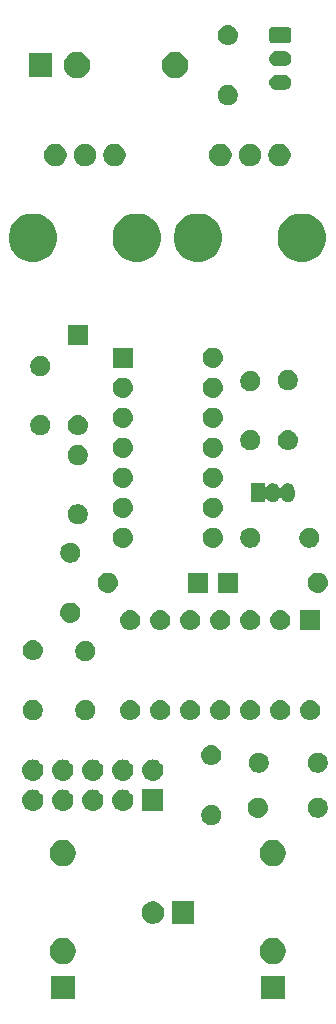
<source format=gbr>
G04 #@! TF.GenerationSoftware,KiCad,Pcbnew,(5.1.0)-1*
G04 #@! TF.CreationDate,2019-04-07T20:12:25-04:00*
G04 #@! TF.ProjectId,envelope,656e7665-6c6f-4706-952e-6b696361645f,rev?*
G04 #@! TF.SameCoordinates,Original*
G04 #@! TF.FileFunction,Soldermask,Top*
G04 #@! TF.FilePolarity,Negative*
%FSLAX46Y46*%
G04 Gerber Fmt 4.6, Leading zero omitted, Abs format (unit mm)*
G04 Created by KiCad (PCBNEW (5.1.0)-1) date 2019-04-07 20:12:25*
%MOMM*%
%LPD*%
G04 APERTURE LIST*
%ADD10C,0.100000*%
G04 APERTURE END LIST*
D10*
G36*
X136271000Y-133681000D02*
G01*
X134239000Y-133681000D01*
X134239000Y-131749000D01*
X136271000Y-131749000D01*
X136271000Y-133681000D01*
X136271000Y-133681000D01*
G37*
G36*
X118491000Y-133681000D02*
G01*
X116459000Y-133681000D01*
X116459000Y-131749000D01*
X118491000Y-131749000D01*
X118491000Y-133681000D01*
X118491000Y-133681000D01*
G37*
G36*
X117728655Y-128527591D02*
G01*
X117800525Y-128541887D01*
X118003624Y-128626013D01*
X118186409Y-128748146D01*
X118341854Y-128903591D01*
X118463987Y-129086376D01*
X118548113Y-129289475D01*
X118591000Y-129505084D01*
X118591000Y-129724916D01*
X118548113Y-129940525D01*
X118463987Y-130143624D01*
X118341854Y-130326409D01*
X118186409Y-130481854D01*
X118003624Y-130603987D01*
X117800525Y-130688113D01*
X117728655Y-130702409D01*
X117584918Y-130731000D01*
X117365082Y-130731000D01*
X117221345Y-130702409D01*
X117149475Y-130688113D01*
X116946376Y-130603987D01*
X116763591Y-130481854D01*
X116608146Y-130326409D01*
X116486013Y-130143624D01*
X116401887Y-129940525D01*
X116359000Y-129724916D01*
X116359000Y-129505084D01*
X116401887Y-129289475D01*
X116486013Y-129086376D01*
X116608146Y-128903591D01*
X116763591Y-128748146D01*
X116946376Y-128626013D01*
X117149475Y-128541887D01*
X117221345Y-128527591D01*
X117365082Y-128499000D01*
X117584918Y-128499000D01*
X117728655Y-128527591D01*
X117728655Y-128527591D01*
G37*
G36*
X135508655Y-128527591D02*
G01*
X135580525Y-128541887D01*
X135783624Y-128626013D01*
X135966409Y-128748146D01*
X136121854Y-128903591D01*
X136243987Y-129086376D01*
X136328113Y-129289475D01*
X136371000Y-129505084D01*
X136371000Y-129724916D01*
X136328113Y-129940525D01*
X136243987Y-130143624D01*
X136121854Y-130326409D01*
X135966409Y-130481854D01*
X135783624Y-130603987D01*
X135580525Y-130688113D01*
X135508655Y-130702409D01*
X135364918Y-130731000D01*
X135145082Y-130731000D01*
X135001345Y-130702409D01*
X134929475Y-130688113D01*
X134726376Y-130603987D01*
X134543591Y-130481854D01*
X134388146Y-130326409D01*
X134266013Y-130143624D01*
X134181887Y-129940525D01*
X134139000Y-129724916D01*
X134139000Y-129505084D01*
X134181887Y-129289475D01*
X134266013Y-129086376D01*
X134388146Y-128903591D01*
X134543591Y-128748146D01*
X134726376Y-128626013D01*
X134929475Y-128541887D01*
X135001345Y-128527591D01*
X135145082Y-128499000D01*
X135364918Y-128499000D01*
X135508655Y-128527591D01*
X135508655Y-128527591D01*
G37*
G36*
X128586000Y-127316000D02*
G01*
X126684000Y-127316000D01*
X126684000Y-125414000D01*
X128586000Y-125414000D01*
X128586000Y-127316000D01*
X128586000Y-127316000D01*
G37*
G36*
X125372395Y-125450546D02*
G01*
X125545466Y-125522234D01*
X125545467Y-125522235D01*
X125701227Y-125626310D01*
X125833690Y-125758773D01*
X125833691Y-125758775D01*
X125937766Y-125914534D01*
X126009454Y-126087605D01*
X126046000Y-126271333D01*
X126046000Y-126458667D01*
X126009454Y-126642395D01*
X125937766Y-126815466D01*
X125937765Y-126815467D01*
X125833690Y-126971227D01*
X125701227Y-127103690D01*
X125622818Y-127156081D01*
X125545466Y-127207766D01*
X125372395Y-127279454D01*
X125188667Y-127316000D01*
X125001333Y-127316000D01*
X124817605Y-127279454D01*
X124644534Y-127207766D01*
X124567182Y-127156081D01*
X124488773Y-127103690D01*
X124356310Y-126971227D01*
X124252235Y-126815467D01*
X124252234Y-126815466D01*
X124180546Y-126642395D01*
X124144000Y-126458667D01*
X124144000Y-126271333D01*
X124180546Y-126087605D01*
X124252234Y-125914534D01*
X124356309Y-125758775D01*
X124356310Y-125758773D01*
X124488773Y-125626310D01*
X124644533Y-125522235D01*
X124644534Y-125522234D01*
X124817605Y-125450546D01*
X125001333Y-125414000D01*
X125188667Y-125414000D01*
X125372395Y-125450546D01*
X125372395Y-125450546D01*
G37*
G36*
X135508655Y-120227591D02*
G01*
X135580525Y-120241887D01*
X135783624Y-120326013D01*
X135966409Y-120448146D01*
X136121854Y-120603591D01*
X136243987Y-120786376D01*
X136328113Y-120989475D01*
X136371000Y-121205084D01*
X136371000Y-121424916D01*
X136328113Y-121640525D01*
X136243987Y-121843624D01*
X136121854Y-122026409D01*
X135966409Y-122181854D01*
X135783624Y-122303987D01*
X135580525Y-122388113D01*
X135508655Y-122402409D01*
X135364918Y-122431000D01*
X135145082Y-122431000D01*
X135001345Y-122402409D01*
X134929475Y-122388113D01*
X134726376Y-122303987D01*
X134543591Y-122181854D01*
X134388146Y-122026409D01*
X134266013Y-121843624D01*
X134181887Y-121640525D01*
X134139000Y-121424916D01*
X134139000Y-121205084D01*
X134181887Y-120989475D01*
X134266013Y-120786376D01*
X134388146Y-120603591D01*
X134543591Y-120448146D01*
X134726376Y-120326013D01*
X134929475Y-120241887D01*
X135001345Y-120227591D01*
X135145082Y-120199000D01*
X135364918Y-120199000D01*
X135508655Y-120227591D01*
X135508655Y-120227591D01*
G37*
G36*
X117728655Y-120227591D02*
G01*
X117800525Y-120241887D01*
X118003624Y-120326013D01*
X118186409Y-120448146D01*
X118341854Y-120603591D01*
X118463987Y-120786376D01*
X118548113Y-120989475D01*
X118591000Y-121205084D01*
X118591000Y-121424916D01*
X118548113Y-121640525D01*
X118463987Y-121843624D01*
X118341854Y-122026409D01*
X118186409Y-122181854D01*
X118003624Y-122303987D01*
X117800525Y-122388113D01*
X117728655Y-122402409D01*
X117584918Y-122431000D01*
X117365082Y-122431000D01*
X117221345Y-122402409D01*
X117149475Y-122388113D01*
X116946376Y-122303987D01*
X116763591Y-122181854D01*
X116608146Y-122026409D01*
X116486013Y-121843624D01*
X116401887Y-121640525D01*
X116359000Y-121424916D01*
X116359000Y-121205084D01*
X116401887Y-120989475D01*
X116486013Y-120786376D01*
X116608146Y-120603591D01*
X116763591Y-120448146D01*
X116946376Y-120326013D01*
X117149475Y-120241887D01*
X117221345Y-120227591D01*
X117365082Y-120199000D01*
X117584918Y-120199000D01*
X117728655Y-120227591D01*
X117728655Y-120227591D01*
G37*
G36*
X130296228Y-117291703D02*
G01*
X130451100Y-117355853D01*
X130590481Y-117448985D01*
X130709015Y-117567519D01*
X130802147Y-117706900D01*
X130866297Y-117861772D01*
X130899000Y-118026184D01*
X130899000Y-118193816D01*
X130866297Y-118358228D01*
X130802147Y-118513100D01*
X130709015Y-118652481D01*
X130590481Y-118771015D01*
X130451100Y-118864147D01*
X130296228Y-118928297D01*
X130131816Y-118961000D01*
X129964184Y-118961000D01*
X129799772Y-118928297D01*
X129644900Y-118864147D01*
X129505519Y-118771015D01*
X129386985Y-118652481D01*
X129293853Y-118513100D01*
X129229703Y-118358228D01*
X129197000Y-118193816D01*
X129197000Y-118026184D01*
X129229703Y-117861772D01*
X129293853Y-117706900D01*
X129386985Y-117567519D01*
X129505519Y-117448985D01*
X129644900Y-117355853D01*
X129799772Y-117291703D01*
X129964184Y-117259000D01*
X130131816Y-117259000D01*
X130296228Y-117291703D01*
X130296228Y-117291703D01*
G37*
G36*
X139313228Y-116656703D02*
G01*
X139468100Y-116720853D01*
X139607481Y-116813985D01*
X139726015Y-116932519D01*
X139819147Y-117071900D01*
X139883297Y-117226772D01*
X139916000Y-117391184D01*
X139916000Y-117558816D01*
X139883297Y-117723228D01*
X139819147Y-117878100D01*
X139726015Y-118017481D01*
X139607481Y-118136015D01*
X139468100Y-118229147D01*
X139313228Y-118293297D01*
X139148816Y-118326000D01*
X138981184Y-118326000D01*
X138816772Y-118293297D01*
X138661900Y-118229147D01*
X138522519Y-118136015D01*
X138403985Y-118017481D01*
X138310853Y-117878100D01*
X138246703Y-117723228D01*
X138214000Y-117558816D01*
X138214000Y-117391184D01*
X138246703Y-117226772D01*
X138310853Y-117071900D01*
X138403985Y-116932519D01*
X138522519Y-116813985D01*
X138661900Y-116720853D01*
X138816772Y-116656703D01*
X138981184Y-116624000D01*
X139148816Y-116624000D01*
X139313228Y-116656703D01*
X139313228Y-116656703D01*
G37*
G36*
X134151823Y-116636313D02*
G01*
X134312242Y-116684976D01*
X134379361Y-116720852D01*
X134460078Y-116763996D01*
X134589659Y-116870341D01*
X134696004Y-116999922D01*
X134696005Y-116999924D01*
X134775024Y-117147758D01*
X134823687Y-117308177D01*
X134840117Y-117475000D01*
X134823687Y-117641823D01*
X134775024Y-117802242D01*
X134734477Y-117878100D01*
X134696004Y-117950078D01*
X134589659Y-118079659D01*
X134460078Y-118186004D01*
X134460076Y-118186005D01*
X134312242Y-118265024D01*
X134151823Y-118313687D01*
X134026804Y-118326000D01*
X133943196Y-118326000D01*
X133818177Y-118313687D01*
X133657758Y-118265024D01*
X133509924Y-118186005D01*
X133509922Y-118186004D01*
X133380341Y-118079659D01*
X133273996Y-117950078D01*
X133235523Y-117878100D01*
X133194976Y-117802242D01*
X133146313Y-117641823D01*
X133129883Y-117475000D01*
X133146313Y-117308177D01*
X133194976Y-117147758D01*
X133273995Y-116999924D01*
X133273996Y-116999922D01*
X133380341Y-116870341D01*
X133509922Y-116763996D01*
X133590639Y-116720852D01*
X133657758Y-116684976D01*
X133818177Y-116636313D01*
X133943196Y-116624000D01*
X134026804Y-116624000D01*
X134151823Y-116636313D01*
X134151823Y-116636313D01*
G37*
G36*
X115045442Y-115945518D02*
G01*
X115111627Y-115952037D01*
X115281466Y-116003557D01*
X115437991Y-116087222D01*
X115473729Y-116116552D01*
X115575186Y-116199814D01*
X115658448Y-116301271D01*
X115687778Y-116337009D01*
X115771443Y-116493534D01*
X115822963Y-116663373D01*
X115840359Y-116840000D01*
X115822963Y-117016627D01*
X115771443Y-117186466D01*
X115687778Y-117342991D01*
X115677223Y-117355852D01*
X115575186Y-117480186D01*
X115479375Y-117558815D01*
X115437991Y-117592778D01*
X115281466Y-117676443D01*
X115111627Y-117727963D01*
X115045442Y-117734482D01*
X114979260Y-117741000D01*
X114890740Y-117741000D01*
X114824558Y-117734482D01*
X114758373Y-117727963D01*
X114588534Y-117676443D01*
X114432009Y-117592778D01*
X114390625Y-117558815D01*
X114294814Y-117480186D01*
X114192777Y-117355852D01*
X114182222Y-117342991D01*
X114098557Y-117186466D01*
X114047037Y-117016627D01*
X114029641Y-116840000D01*
X114047037Y-116663373D01*
X114098557Y-116493534D01*
X114182222Y-116337009D01*
X114211552Y-116301271D01*
X114294814Y-116199814D01*
X114396271Y-116116552D01*
X114432009Y-116087222D01*
X114588534Y-116003557D01*
X114758373Y-115952037D01*
X114824558Y-115945518D01*
X114890740Y-115939000D01*
X114979260Y-115939000D01*
X115045442Y-115945518D01*
X115045442Y-115945518D01*
G37*
G36*
X125996000Y-117741000D02*
G01*
X124194000Y-117741000D01*
X124194000Y-115939000D01*
X125996000Y-115939000D01*
X125996000Y-117741000D01*
X125996000Y-117741000D01*
G37*
G36*
X117585442Y-115945518D02*
G01*
X117651627Y-115952037D01*
X117821466Y-116003557D01*
X117977991Y-116087222D01*
X118013729Y-116116552D01*
X118115186Y-116199814D01*
X118198448Y-116301271D01*
X118227778Y-116337009D01*
X118311443Y-116493534D01*
X118362963Y-116663373D01*
X118380359Y-116840000D01*
X118362963Y-117016627D01*
X118311443Y-117186466D01*
X118227778Y-117342991D01*
X118217223Y-117355852D01*
X118115186Y-117480186D01*
X118019375Y-117558815D01*
X117977991Y-117592778D01*
X117821466Y-117676443D01*
X117651627Y-117727963D01*
X117585442Y-117734482D01*
X117519260Y-117741000D01*
X117430740Y-117741000D01*
X117364558Y-117734482D01*
X117298373Y-117727963D01*
X117128534Y-117676443D01*
X116972009Y-117592778D01*
X116930625Y-117558815D01*
X116834814Y-117480186D01*
X116732777Y-117355852D01*
X116722222Y-117342991D01*
X116638557Y-117186466D01*
X116587037Y-117016627D01*
X116569641Y-116840000D01*
X116587037Y-116663373D01*
X116638557Y-116493534D01*
X116722222Y-116337009D01*
X116751552Y-116301271D01*
X116834814Y-116199814D01*
X116936271Y-116116552D01*
X116972009Y-116087222D01*
X117128534Y-116003557D01*
X117298373Y-115952037D01*
X117364558Y-115945518D01*
X117430740Y-115939000D01*
X117519260Y-115939000D01*
X117585442Y-115945518D01*
X117585442Y-115945518D01*
G37*
G36*
X122665442Y-115945518D02*
G01*
X122731627Y-115952037D01*
X122901466Y-116003557D01*
X123057991Y-116087222D01*
X123093729Y-116116552D01*
X123195186Y-116199814D01*
X123278448Y-116301271D01*
X123307778Y-116337009D01*
X123391443Y-116493534D01*
X123442963Y-116663373D01*
X123460359Y-116840000D01*
X123442963Y-117016627D01*
X123391443Y-117186466D01*
X123307778Y-117342991D01*
X123297223Y-117355852D01*
X123195186Y-117480186D01*
X123099375Y-117558815D01*
X123057991Y-117592778D01*
X122901466Y-117676443D01*
X122731627Y-117727963D01*
X122665442Y-117734482D01*
X122599260Y-117741000D01*
X122510740Y-117741000D01*
X122444558Y-117734482D01*
X122378373Y-117727963D01*
X122208534Y-117676443D01*
X122052009Y-117592778D01*
X122010625Y-117558815D01*
X121914814Y-117480186D01*
X121812777Y-117355852D01*
X121802222Y-117342991D01*
X121718557Y-117186466D01*
X121667037Y-117016627D01*
X121649641Y-116840000D01*
X121667037Y-116663373D01*
X121718557Y-116493534D01*
X121802222Y-116337009D01*
X121831552Y-116301271D01*
X121914814Y-116199814D01*
X122016271Y-116116552D01*
X122052009Y-116087222D01*
X122208534Y-116003557D01*
X122378373Y-115952037D01*
X122444558Y-115945518D01*
X122510740Y-115939000D01*
X122599260Y-115939000D01*
X122665442Y-115945518D01*
X122665442Y-115945518D01*
G37*
G36*
X120125442Y-115945518D02*
G01*
X120191627Y-115952037D01*
X120361466Y-116003557D01*
X120517991Y-116087222D01*
X120553729Y-116116552D01*
X120655186Y-116199814D01*
X120738448Y-116301271D01*
X120767778Y-116337009D01*
X120851443Y-116493534D01*
X120902963Y-116663373D01*
X120920359Y-116840000D01*
X120902963Y-117016627D01*
X120851443Y-117186466D01*
X120767778Y-117342991D01*
X120757223Y-117355852D01*
X120655186Y-117480186D01*
X120559375Y-117558815D01*
X120517991Y-117592778D01*
X120361466Y-117676443D01*
X120191627Y-117727963D01*
X120125442Y-117734482D01*
X120059260Y-117741000D01*
X119970740Y-117741000D01*
X119904558Y-117734482D01*
X119838373Y-117727963D01*
X119668534Y-117676443D01*
X119512009Y-117592778D01*
X119470625Y-117558815D01*
X119374814Y-117480186D01*
X119272777Y-117355852D01*
X119262222Y-117342991D01*
X119178557Y-117186466D01*
X119127037Y-117016627D01*
X119109641Y-116840000D01*
X119127037Y-116663373D01*
X119178557Y-116493534D01*
X119262222Y-116337009D01*
X119291552Y-116301271D01*
X119374814Y-116199814D01*
X119476271Y-116116552D01*
X119512009Y-116087222D01*
X119668534Y-116003557D01*
X119838373Y-115952037D01*
X119904558Y-115945518D01*
X119970740Y-115939000D01*
X120059260Y-115939000D01*
X120125442Y-115945518D01*
X120125442Y-115945518D01*
G37*
G36*
X125205443Y-113405519D02*
G01*
X125271627Y-113412037D01*
X125441466Y-113463557D01*
X125597991Y-113547222D01*
X125633729Y-113576552D01*
X125735186Y-113659814D01*
X125808226Y-113748815D01*
X125847778Y-113797009D01*
X125931443Y-113953534D01*
X125982963Y-114123373D01*
X126000359Y-114300000D01*
X125982963Y-114476627D01*
X125931443Y-114646466D01*
X125847778Y-114802991D01*
X125818448Y-114838729D01*
X125735186Y-114940186D01*
X125633729Y-115023448D01*
X125597991Y-115052778D01*
X125441466Y-115136443D01*
X125271627Y-115187963D01*
X125205442Y-115194482D01*
X125139260Y-115201000D01*
X125050740Y-115201000D01*
X124984558Y-115194482D01*
X124918373Y-115187963D01*
X124748534Y-115136443D01*
X124592009Y-115052778D01*
X124556271Y-115023448D01*
X124454814Y-114940186D01*
X124371552Y-114838729D01*
X124342222Y-114802991D01*
X124258557Y-114646466D01*
X124207037Y-114476627D01*
X124189641Y-114300000D01*
X124207037Y-114123373D01*
X124258557Y-113953534D01*
X124342222Y-113797009D01*
X124381774Y-113748815D01*
X124454814Y-113659814D01*
X124556271Y-113576552D01*
X124592009Y-113547222D01*
X124748534Y-113463557D01*
X124918373Y-113412037D01*
X124984557Y-113405519D01*
X125050740Y-113399000D01*
X125139260Y-113399000D01*
X125205443Y-113405519D01*
X125205443Y-113405519D01*
G37*
G36*
X120125443Y-113405519D02*
G01*
X120191627Y-113412037D01*
X120361466Y-113463557D01*
X120517991Y-113547222D01*
X120553729Y-113576552D01*
X120655186Y-113659814D01*
X120728226Y-113748815D01*
X120767778Y-113797009D01*
X120851443Y-113953534D01*
X120902963Y-114123373D01*
X120920359Y-114300000D01*
X120902963Y-114476627D01*
X120851443Y-114646466D01*
X120767778Y-114802991D01*
X120738448Y-114838729D01*
X120655186Y-114940186D01*
X120553729Y-115023448D01*
X120517991Y-115052778D01*
X120361466Y-115136443D01*
X120191627Y-115187963D01*
X120125442Y-115194482D01*
X120059260Y-115201000D01*
X119970740Y-115201000D01*
X119904558Y-115194482D01*
X119838373Y-115187963D01*
X119668534Y-115136443D01*
X119512009Y-115052778D01*
X119476271Y-115023448D01*
X119374814Y-114940186D01*
X119291552Y-114838729D01*
X119262222Y-114802991D01*
X119178557Y-114646466D01*
X119127037Y-114476627D01*
X119109641Y-114300000D01*
X119127037Y-114123373D01*
X119178557Y-113953534D01*
X119262222Y-113797009D01*
X119301774Y-113748815D01*
X119374814Y-113659814D01*
X119476271Y-113576552D01*
X119512009Y-113547222D01*
X119668534Y-113463557D01*
X119838373Y-113412037D01*
X119904557Y-113405519D01*
X119970740Y-113399000D01*
X120059260Y-113399000D01*
X120125443Y-113405519D01*
X120125443Y-113405519D01*
G37*
G36*
X117585443Y-113405519D02*
G01*
X117651627Y-113412037D01*
X117821466Y-113463557D01*
X117977991Y-113547222D01*
X118013729Y-113576552D01*
X118115186Y-113659814D01*
X118188226Y-113748815D01*
X118227778Y-113797009D01*
X118311443Y-113953534D01*
X118362963Y-114123373D01*
X118380359Y-114300000D01*
X118362963Y-114476627D01*
X118311443Y-114646466D01*
X118227778Y-114802991D01*
X118198448Y-114838729D01*
X118115186Y-114940186D01*
X118013729Y-115023448D01*
X117977991Y-115052778D01*
X117821466Y-115136443D01*
X117651627Y-115187963D01*
X117585442Y-115194482D01*
X117519260Y-115201000D01*
X117430740Y-115201000D01*
X117364558Y-115194482D01*
X117298373Y-115187963D01*
X117128534Y-115136443D01*
X116972009Y-115052778D01*
X116936271Y-115023448D01*
X116834814Y-114940186D01*
X116751552Y-114838729D01*
X116722222Y-114802991D01*
X116638557Y-114646466D01*
X116587037Y-114476627D01*
X116569641Y-114300000D01*
X116587037Y-114123373D01*
X116638557Y-113953534D01*
X116722222Y-113797009D01*
X116761774Y-113748815D01*
X116834814Y-113659814D01*
X116936271Y-113576552D01*
X116972009Y-113547222D01*
X117128534Y-113463557D01*
X117298373Y-113412037D01*
X117364557Y-113405519D01*
X117430740Y-113399000D01*
X117519260Y-113399000D01*
X117585443Y-113405519D01*
X117585443Y-113405519D01*
G37*
G36*
X115045443Y-113405519D02*
G01*
X115111627Y-113412037D01*
X115281466Y-113463557D01*
X115437991Y-113547222D01*
X115473729Y-113576552D01*
X115575186Y-113659814D01*
X115648226Y-113748815D01*
X115687778Y-113797009D01*
X115771443Y-113953534D01*
X115822963Y-114123373D01*
X115840359Y-114300000D01*
X115822963Y-114476627D01*
X115771443Y-114646466D01*
X115687778Y-114802991D01*
X115658448Y-114838729D01*
X115575186Y-114940186D01*
X115473729Y-115023448D01*
X115437991Y-115052778D01*
X115281466Y-115136443D01*
X115111627Y-115187963D01*
X115045442Y-115194482D01*
X114979260Y-115201000D01*
X114890740Y-115201000D01*
X114824558Y-115194482D01*
X114758373Y-115187963D01*
X114588534Y-115136443D01*
X114432009Y-115052778D01*
X114396271Y-115023448D01*
X114294814Y-114940186D01*
X114211552Y-114838729D01*
X114182222Y-114802991D01*
X114098557Y-114646466D01*
X114047037Y-114476627D01*
X114029641Y-114300000D01*
X114047037Y-114123373D01*
X114098557Y-113953534D01*
X114182222Y-113797009D01*
X114221774Y-113748815D01*
X114294814Y-113659814D01*
X114396271Y-113576552D01*
X114432009Y-113547222D01*
X114588534Y-113463557D01*
X114758373Y-113412037D01*
X114824557Y-113405519D01*
X114890740Y-113399000D01*
X114979260Y-113399000D01*
X115045443Y-113405519D01*
X115045443Y-113405519D01*
G37*
G36*
X122665443Y-113405519D02*
G01*
X122731627Y-113412037D01*
X122901466Y-113463557D01*
X123057991Y-113547222D01*
X123093729Y-113576552D01*
X123195186Y-113659814D01*
X123268226Y-113748815D01*
X123307778Y-113797009D01*
X123391443Y-113953534D01*
X123442963Y-114123373D01*
X123460359Y-114300000D01*
X123442963Y-114476627D01*
X123391443Y-114646466D01*
X123307778Y-114802991D01*
X123278448Y-114838729D01*
X123195186Y-114940186D01*
X123093729Y-115023448D01*
X123057991Y-115052778D01*
X122901466Y-115136443D01*
X122731627Y-115187963D01*
X122665442Y-115194482D01*
X122599260Y-115201000D01*
X122510740Y-115201000D01*
X122444558Y-115194482D01*
X122378373Y-115187963D01*
X122208534Y-115136443D01*
X122052009Y-115052778D01*
X122016271Y-115023448D01*
X121914814Y-114940186D01*
X121831552Y-114838729D01*
X121802222Y-114802991D01*
X121718557Y-114646466D01*
X121667037Y-114476627D01*
X121649641Y-114300000D01*
X121667037Y-114123373D01*
X121718557Y-113953534D01*
X121802222Y-113797009D01*
X121841774Y-113748815D01*
X121914814Y-113659814D01*
X122016271Y-113576552D01*
X122052009Y-113547222D01*
X122208534Y-113463557D01*
X122378373Y-113412037D01*
X122444557Y-113405519D01*
X122510740Y-113399000D01*
X122599260Y-113399000D01*
X122665443Y-113405519D01*
X122665443Y-113405519D01*
G37*
G36*
X139313228Y-112846703D02*
G01*
X139468100Y-112910853D01*
X139607481Y-113003985D01*
X139726015Y-113122519D01*
X139819147Y-113261900D01*
X139883297Y-113416772D01*
X139916000Y-113581184D01*
X139916000Y-113748816D01*
X139883297Y-113913228D01*
X139819147Y-114068100D01*
X139726015Y-114207481D01*
X139607481Y-114326015D01*
X139468100Y-114419147D01*
X139313228Y-114483297D01*
X139148816Y-114516000D01*
X138981184Y-114516000D01*
X138816772Y-114483297D01*
X138661900Y-114419147D01*
X138522519Y-114326015D01*
X138403985Y-114207481D01*
X138310853Y-114068100D01*
X138246703Y-113913228D01*
X138214000Y-113748816D01*
X138214000Y-113581184D01*
X138246703Y-113416772D01*
X138310853Y-113261900D01*
X138403985Y-113122519D01*
X138522519Y-113003985D01*
X138661900Y-112910853D01*
X138816772Y-112846703D01*
X138981184Y-112814000D01*
X139148816Y-112814000D01*
X139313228Y-112846703D01*
X139313228Y-112846703D01*
G37*
G36*
X134313228Y-112846703D02*
G01*
X134468100Y-112910853D01*
X134607481Y-113003985D01*
X134726015Y-113122519D01*
X134819147Y-113261900D01*
X134883297Y-113416772D01*
X134916000Y-113581184D01*
X134916000Y-113748816D01*
X134883297Y-113913228D01*
X134819147Y-114068100D01*
X134726015Y-114207481D01*
X134607481Y-114326015D01*
X134468100Y-114419147D01*
X134313228Y-114483297D01*
X134148816Y-114516000D01*
X133981184Y-114516000D01*
X133816772Y-114483297D01*
X133661900Y-114419147D01*
X133522519Y-114326015D01*
X133403985Y-114207481D01*
X133310853Y-114068100D01*
X133246703Y-113913228D01*
X133214000Y-113748816D01*
X133214000Y-113581184D01*
X133246703Y-113416772D01*
X133310853Y-113261900D01*
X133403985Y-113122519D01*
X133522519Y-113003985D01*
X133661900Y-112910853D01*
X133816772Y-112846703D01*
X133981184Y-112814000D01*
X134148816Y-112814000D01*
X134313228Y-112846703D01*
X134313228Y-112846703D01*
G37*
G36*
X130214823Y-112191313D02*
G01*
X130375242Y-112239976D01*
X130507906Y-112310886D01*
X130523078Y-112318996D01*
X130652659Y-112425341D01*
X130759004Y-112554922D01*
X130759005Y-112554924D01*
X130838024Y-112702758D01*
X130886687Y-112863177D01*
X130903117Y-113030000D01*
X130886687Y-113196823D01*
X130838024Y-113357242D01*
X130781197Y-113463557D01*
X130759004Y-113505078D01*
X130652659Y-113634659D01*
X130523078Y-113741004D01*
X130523076Y-113741005D01*
X130375242Y-113820024D01*
X130214823Y-113868687D01*
X130089804Y-113881000D01*
X130006196Y-113881000D01*
X129881177Y-113868687D01*
X129720758Y-113820024D01*
X129572924Y-113741005D01*
X129572922Y-113741004D01*
X129443341Y-113634659D01*
X129336996Y-113505078D01*
X129314803Y-113463557D01*
X129257976Y-113357242D01*
X129209313Y-113196823D01*
X129192883Y-113030000D01*
X129209313Y-112863177D01*
X129257976Y-112702758D01*
X129336995Y-112554924D01*
X129336996Y-112554922D01*
X129443341Y-112425341D01*
X129572922Y-112318996D01*
X129588094Y-112310886D01*
X129720758Y-112239976D01*
X129881177Y-112191313D01*
X130006196Y-112179000D01*
X130089804Y-112179000D01*
X130214823Y-112191313D01*
X130214823Y-112191313D01*
G37*
G36*
X133516823Y-108381313D02*
G01*
X133677242Y-108429976D01*
X133744361Y-108465852D01*
X133825078Y-108508996D01*
X133954659Y-108615341D01*
X134061004Y-108744922D01*
X134061005Y-108744924D01*
X134140024Y-108892758D01*
X134188687Y-109053177D01*
X134205117Y-109220000D01*
X134188687Y-109386823D01*
X134140024Y-109547242D01*
X134099477Y-109623100D01*
X134061004Y-109695078D01*
X133954659Y-109824659D01*
X133825078Y-109931004D01*
X133825076Y-109931005D01*
X133677242Y-110010024D01*
X133516823Y-110058687D01*
X133391804Y-110071000D01*
X133308196Y-110071000D01*
X133183177Y-110058687D01*
X133022758Y-110010024D01*
X132874924Y-109931005D01*
X132874922Y-109931004D01*
X132745341Y-109824659D01*
X132638996Y-109695078D01*
X132600523Y-109623100D01*
X132559976Y-109547242D01*
X132511313Y-109386823D01*
X132494883Y-109220000D01*
X132511313Y-109053177D01*
X132559976Y-108892758D01*
X132638995Y-108744924D01*
X132638996Y-108744922D01*
X132745341Y-108615341D01*
X132874922Y-108508996D01*
X132955639Y-108465852D01*
X133022758Y-108429976D01*
X133183177Y-108381313D01*
X133308196Y-108369000D01*
X133391804Y-108369000D01*
X133516823Y-108381313D01*
X133516823Y-108381313D01*
G37*
G36*
X115183228Y-108401703D02*
G01*
X115338100Y-108465853D01*
X115477481Y-108558985D01*
X115596015Y-108677519D01*
X115689147Y-108816900D01*
X115753297Y-108971772D01*
X115786000Y-109136184D01*
X115786000Y-109303816D01*
X115753297Y-109468228D01*
X115689147Y-109623100D01*
X115596015Y-109762481D01*
X115477481Y-109881015D01*
X115338100Y-109974147D01*
X115183228Y-110038297D01*
X115018816Y-110071000D01*
X114851184Y-110071000D01*
X114686772Y-110038297D01*
X114531900Y-109974147D01*
X114392519Y-109881015D01*
X114273985Y-109762481D01*
X114180853Y-109623100D01*
X114116703Y-109468228D01*
X114084000Y-109303816D01*
X114084000Y-109136184D01*
X114116703Y-108971772D01*
X114180853Y-108816900D01*
X114273985Y-108677519D01*
X114392519Y-108558985D01*
X114531900Y-108465853D01*
X114686772Y-108401703D01*
X114851184Y-108369000D01*
X115018816Y-108369000D01*
X115183228Y-108401703D01*
X115183228Y-108401703D01*
G37*
G36*
X123356823Y-108381313D02*
G01*
X123517242Y-108429976D01*
X123584361Y-108465852D01*
X123665078Y-108508996D01*
X123794659Y-108615341D01*
X123901004Y-108744922D01*
X123901005Y-108744924D01*
X123980024Y-108892758D01*
X124028687Y-109053177D01*
X124045117Y-109220000D01*
X124028687Y-109386823D01*
X123980024Y-109547242D01*
X123939477Y-109623100D01*
X123901004Y-109695078D01*
X123794659Y-109824659D01*
X123665078Y-109931004D01*
X123665076Y-109931005D01*
X123517242Y-110010024D01*
X123356823Y-110058687D01*
X123231804Y-110071000D01*
X123148196Y-110071000D01*
X123023177Y-110058687D01*
X122862758Y-110010024D01*
X122714924Y-109931005D01*
X122714922Y-109931004D01*
X122585341Y-109824659D01*
X122478996Y-109695078D01*
X122440523Y-109623100D01*
X122399976Y-109547242D01*
X122351313Y-109386823D01*
X122334883Y-109220000D01*
X122351313Y-109053177D01*
X122399976Y-108892758D01*
X122478995Y-108744924D01*
X122478996Y-108744922D01*
X122585341Y-108615341D01*
X122714922Y-108508996D01*
X122795639Y-108465852D01*
X122862758Y-108429976D01*
X123023177Y-108381313D01*
X123148196Y-108369000D01*
X123231804Y-108369000D01*
X123356823Y-108381313D01*
X123356823Y-108381313D01*
G37*
G36*
X125896823Y-108381313D02*
G01*
X126057242Y-108429976D01*
X126124361Y-108465852D01*
X126205078Y-108508996D01*
X126334659Y-108615341D01*
X126441004Y-108744922D01*
X126441005Y-108744924D01*
X126520024Y-108892758D01*
X126568687Y-109053177D01*
X126585117Y-109220000D01*
X126568687Y-109386823D01*
X126520024Y-109547242D01*
X126479477Y-109623100D01*
X126441004Y-109695078D01*
X126334659Y-109824659D01*
X126205078Y-109931004D01*
X126205076Y-109931005D01*
X126057242Y-110010024D01*
X125896823Y-110058687D01*
X125771804Y-110071000D01*
X125688196Y-110071000D01*
X125563177Y-110058687D01*
X125402758Y-110010024D01*
X125254924Y-109931005D01*
X125254922Y-109931004D01*
X125125341Y-109824659D01*
X125018996Y-109695078D01*
X124980523Y-109623100D01*
X124939976Y-109547242D01*
X124891313Y-109386823D01*
X124874883Y-109220000D01*
X124891313Y-109053177D01*
X124939976Y-108892758D01*
X125018995Y-108744924D01*
X125018996Y-108744922D01*
X125125341Y-108615341D01*
X125254922Y-108508996D01*
X125335639Y-108465852D01*
X125402758Y-108429976D01*
X125563177Y-108381313D01*
X125688196Y-108369000D01*
X125771804Y-108369000D01*
X125896823Y-108381313D01*
X125896823Y-108381313D01*
G37*
G36*
X128436823Y-108381313D02*
G01*
X128597242Y-108429976D01*
X128664361Y-108465852D01*
X128745078Y-108508996D01*
X128874659Y-108615341D01*
X128981004Y-108744922D01*
X128981005Y-108744924D01*
X129060024Y-108892758D01*
X129108687Y-109053177D01*
X129125117Y-109220000D01*
X129108687Y-109386823D01*
X129060024Y-109547242D01*
X129019477Y-109623100D01*
X128981004Y-109695078D01*
X128874659Y-109824659D01*
X128745078Y-109931004D01*
X128745076Y-109931005D01*
X128597242Y-110010024D01*
X128436823Y-110058687D01*
X128311804Y-110071000D01*
X128228196Y-110071000D01*
X128103177Y-110058687D01*
X127942758Y-110010024D01*
X127794924Y-109931005D01*
X127794922Y-109931004D01*
X127665341Y-109824659D01*
X127558996Y-109695078D01*
X127520523Y-109623100D01*
X127479976Y-109547242D01*
X127431313Y-109386823D01*
X127414883Y-109220000D01*
X127431313Y-109053177D01*
X127479976Y-108892758D01*
X127558995Y-108744924D01*
X127558996Y-108744922D01*
X127665341Y-108615341D01*
X127794922Y-108508996D01*
X127875639Y-108465852D01*
X127942758Y-108429976D01*
X128103177Y-108381313D01*
X128228196Y-108369000D01*
X128311804Y-108369000D01*
X128436823Y-108381313D01*
X128436823Y-108381313D01*
G37*
G36*
X136056823Y-108381313D02*
G01*
X136217242Y-108429976D01*
X136284361Y-108465852D01*
X136365078Y-108508996D01*
X136494659Y-108615341D01*
X136601004Y-108744922D01*
X136601005Y-108744924D01*
X136680024Y-108892758D01*
X136728687Y-109053177D01*
X136745117Y-109220000D01*
X136728687Y-109386823D01*
X136680024Y-109547242D01*
X136639477Y-109623100D01*
X136601004Y-109695078D01*
X136494659Y-109824659D01*
X136365078Y-109931004D01*
X136365076Y-109931005D01*
X136217242Y-110010024D01*
X136056823Y-110058687D01*
X135931804Y-110071000D01*
X135848196Y-110071000D01*
X135723177Y-110058687D01*
X135562758Y-110010024D01*
X135414924Y-109931005D01*
X135414922Y-109931004D01*
X135285341Y-109824659D01*
X135178996Y-109695078D01*
X135140523Y-109623100D01*
X135099976Y-109547242D01*
X135051313Y-109386823D01*
X135034883Y-109220000D01*
X135051313Y-109053177D01*
X135099976Y-108892758D01*
X135178995Y-108744924D01*
X135178996Y-108744922D01*
X135285341Y-108615341D01*
X135414922Y-108508996D01*
X135495639Y-108465852D01*
X135562758Y-108429976D01*
X135723177Y-108381313D01*
X135848196Y-108369000D01*
X135931804Y-108369000D01*
X136056823Y-108381313D01*
X136056823Y-108381313D01*
G37*
G36*
X130976823Y-108381313D02*
G01*
X131137242Y-108429976D01*
X131204361Y-108465852D01*
X131285078Y-108508996D01*
X131414659Y-108615341D01*
X131521004Y-108744922D01*
X131521005Y-108744924D01*
X131600024Y-108892758D01*
X131648687Y-109053177D01*
X131665117Y-109220000D01*
X131648687Y-109386823D01*
X131600024Y-109547242D01*
X131559477Y-109623100D01*
X131521004Y-109695078D01*
X131414659Y-109824659D01*
X131285078Y-109931004D01*
X131285076Y-109931005D01*
X131137242Y-110010024D01*
X130976823Y-110058687D01*
X130851804Y-110071000D01*
X130768196Y-110071000D01*
X130643177Y-110058687D01*
X130482758Y-110010024D01*
X130334924Y-109931005D01*
X130334922Y-109931004D01*
X130205341Y-109824659D01*
X130098996Y-109695078D01*
X130060523Y-109623100D01*
X130019976Y-109547242D01*
X129971313Y-109386823D01*
X129954883Y-109220000D01*
X129971313Y-109053177D01*
X130019976Y-108892758D01*
X130098995Y-108744924D01*
X130098996Y-108744922D01*
X130205341Y-108615341D01*
X130334922Y-108508996D01*
X130415639Y-108465852D01*
X130482758Y-108429976D01*
X130643177Y-108381313D01*
X130768196Y-108369000D01*
X130851804Y-108369000D01*
X130976823Y-108381313D01*
X130976823Y-108381313D01*
G37*
G36*
X119628228Y-108401703D02*
G01*
X119783100Y-108465853D01*
X119922481Y-108558985D01*
X120041015Y-108677519D01*
X120134147Y-108816900D01*
X120198297Y-108971772D01*
X120231000Y-109136184D01*
X120231000Y-109303816D01*
X120198297Y-109468228D01*
X120134147Y-109623100D01*
X120041015Y-109762481D01*
X119922481Y-109881015D01*
X119783100Y-109974147D01*
X119628228Y-110038297D01*
X119463816Y-110071000D01*
X119296184Y-110071000D01*
X119131772Y-110038297D01*
X118976900Y-109974147D01*
X118837519Y-109881015D01*
X118718985Y-109762481D01*
X118625853Y-109623100D01*
X118561703Y-109468228D01*
X118529000Y-109303816D01*
X118529000Y-109136184D01*
X118561703Y-108971772D01*
X118625853Y-108816900D01*
X118718985Y-108677519D01*
X118837519Y-108558985D01*
X118976900Y-108465853D01*
X119131772Y-108401703D01*
X119296184Y-108369000D01*
X119463816Y-108369000D01*
X119628228Y-108401703D01*
X119628228Y-108401703D01*
G37*
G36*
X138596823Y-108381313D02*
G01*
X138757242Y-108429976D01*
X138824361Y-108465852D01*
X138905078Y-108508996D01*
X139034659Y-108615341D01*
X139141004Y-108744922D01*
X139141005Y-108744924D01*
X139220024Y-108892758D01*
X139268687Y-109053177D01*
X139285117Y-109220000D01*
X139268687Y-109386823D01*
X139220024Y-109547242D01*
X139179477Y-109623100D01*
X139141004Y-109695078D01*
X139034659Y-109824659D01*
X138905078Y-109931004D01*
X138905076Y-109931005D01*
X138757242Y-110010024D01*
X138596823Y-110058687D01*
X138471804Y-110071000D01*
X138388196Y-110071000D01*
X138263177Y-110058687D01*
X138102758Y-110010024D01*
X137954924Y-109931005D01*
X137954922Y-109931004D01*
X137825341Y-109824659D01*
X137718996Y-109695078D01*
X137680523Y-109623100D01*
X137639976Y-109547242D01*
X137591313Y-109386823D01*
X137574883Y-109220000D01*
X137591313Y-109053177D01*
X137639976Y-108892758D01*
X137718995Y-108744924D01*
X137718996Y-108744922D01*
X137825341Y-108615341D01*
X137954922Y-108508996D01*
X138035639Y-108465852D01*
X138102758Y-108429976D01*
X138263177Y-108381313D01*
X138388196Y-108369000D01*
X138471804Y-108369000D01*
X138596823Y-108381313D01*
X138596823Y-108381313D01*
G37*
G36*
X119628228Y-103401703D02*
G01*
X119783100Y-103465853D01*
X119922481Y-103558985D01*
X120041015Y-103677519D01*
X120134147Y-103816900D01*
X120198297Y-103971772D01*
X120231000Y-104136184D01*
X120231000Y-104303816D01*
X120198297Y-104468228D01*
X120134147Y-104623100D01*
X120041015Y-104762481D01*
X119922481Y-104881015D01*
X119783100Y-104974147D01*
X119628228Y-105038297D01*
X119463816Y-105071000D01*
X119296184Y-105071000D01*
X119131772Y-105038297D01*
X118976900Y-104974147D01*
X118837519Y-104881015D01*
X118718985Y-104762481D01*
X118625853Y-104623100D01*
X118561703Y-104468228D01*
X118529000Y-104303816D01*
X118529000Y-104136184D01*
X118561703Y-103971772D01*
X118625853Y-103816900D01*
X118718985Y-103677519D01*
X118837519Y-103558985D01*
X118976900Y-103465853D01*
X119131772Y-103401703D01*
X119296184Y-103369000D01*
X119463816Y-103369000D01*
X119628228Y-103401703D01*
X119628228Y-103401703D01*
G37*
G36*
X115101823Y-103301313D02*
G01*
X115262242Y-103349976D01*
X115297833Y-103369000D01*
X115410078Y-103428996D01*
X115539659Y-103535341D01*
X115646004Y-103664922D01*
X115646005Y-103664924D01*
X115725024Y-103812758D01*
X115725025Y-103812761D01*
X115726281Y-103816903D01*
X115773687Y-103973177D01*
X115790117Y-104140000D01*
X115773687Y-104306823D01*
X115725024Y-104467242D01*
X115724496Y-104468229D01*
X115646004Y-104615078D01*
X115539659Y-104744659D01*
X115410078Y-104851004D01*
X115410076Y-104851005D01*
X115262242Y-104930024D01*
X115101823Y-104978687D01*
X114976804Y-104991000D01*
X114893196Y-104991000D01*
X114768177Y-104978687D01*
X114607758Y-104930024D01*
X114459924Y-104851005D01*
X114459922Y-104851004D01*
X114330341Y-104744659D01*
X114223996Y-104615078D01*
X114145504Y-104468229D01*
X114144976Y-104467242D01*
X114096313Y-104306823D01*
X114079883Y-104140000D01*
X114096313Y-103973177D01*
X114143719Y-103816903D01*
X114144975Y-103812761D01*
X114144976Y-103812758D01*
X114223995Y-103664924D01*
X114223996Y-103664922D01*
X114330341Y-103535341D01*
X114459922Y-103428996D01*
X114572167Y-103369000D01*
X114607758Y-103349976D01*
X114768177Y-103301313D01*
X114893196Y-103289000D01*
X114976804Y-103289000D01*
X115101823Y-103301313D01*
X115101823Y-103301313D01*
G37*
G36*
X133516823Y-100761313D02*
G01*
X133677242Y-100809976D01*
X133809906Y-100880886D01*
X133825078Y-100888996D01*
X133954659Y-100995341D01*
X134061004Y-101124922D01*
X134061005Y-101124924D01*
X134140024Y-101272758D01*
X134188687Y-101433177D01*
X134205117Y-101600000D01*
X134188687Y-101766823D01*
X134140024Y-101927242D01*
X134069114Y-102059906D01*
X134061004Y-102075078D01*
X133954659Y-102204659D01*
X133825078Y-102311004D01*
X133825076Y-102311005D01*
X133677242Y-102390024D01*
X133516823Y-102438687D01*
X133391804Y-102451000D01*
X133308196Y-102451000D01*
X133183177Y-102438687D01*
X133022758Y-102390024D01*
X132874924Y-102311005D01*
X132874922Y-102311004D01*
X132745341Y-102204659D01*
X132638996Y-102075078D01*
X132630886Y-102059906D01*
X132559976Y-101927242D01*
X132511313Y-101766823D01*
X132494883Y-101600000D01*
X132511313Y-101433177D01*
X132559976Y-101272758D01*
X132638995Y-101124924D01*
X132638996Y-101124922D01*
X132745341Y-100995341D01*
X132874922Y-100888996D01*
X132890094Y-100880886D01*
X133022758Y-100809976D01*
X133183177Y-100761313D01*
X133308196Y-100749000D01*
X133391804Y-100749000D01*
X133516823Y-100761313D01*
X133516823Y-100761313D01*
G37*
G36*
X128436823Y-100761313D02*
G01*
X128597242Y-100809976D01*
X128729906Y-100880886D01*
X128745078Y-100888996D01*
X128874659Y-100995341D01*
X128981004Y-101124922D01*
X128981005Y-101124924D01*
X129060024Y-101272758D01*
X129108687Y-101433177D01*
X129125117Y-101600000D01*
X129108687Y-101766823D01*
X129060024Y-101927242D01*
X128989114Y-102059906D01*
X128981004Y-102075078D01*
X128874659Y-102204659D01*
X128745078Y-102311004D01*
X128745076Y-102311005D01*
X128597242Y-102390024D01*
X128436823Y-102438687D01*
X128311804Y-102451000D01*
X128228196Y-102451000D01*
X128103177Y-102438687D01*
X127942758Y-102390024D01*
X127794924Y-102311005D01*
X127794922Y-102311004D01*
X127665341Y-102204659D01*
X127558996Y-102075078D01*
X127550886Y-102059906D01*
X127479976Y-101927242D01*
X127431313Y-101766823D01*
X127414883Y-101600000D01*
X127431313Y-101433177D01*
X127479976Y-101272758D01*
X127558995Y-101124924D01*
X127558996Y-101124922D01*
X127665341Y-100995341D01*
X127794922Y-100888996D01*
X127810094Y-100880886D01*
X127942758Y-100809976D01*
X128103177Y-100761313D01*
X128228196Y-100749000D01*
X128311804Y-100749000D01*
X128436823Y-100761313D01*
X128436823Y-100761313D01*
G37*
G36*
X130976823Y-100761313D02*
G01*
X131137242Y-100809976D01*
X131269906Y-100880886D01*
X131285078Y-100888996D01*
X131414659Y-100995341D01*
X131521004Y-101124922D01*
X131521005Y-101124924D01*
X131600024Y-101272758D01*
X131648687Y-101433177D01*
X131665117Y-101600000D01*
X131648687Y-101766823D01*
X131600024Y-101927242D01*
X131529114Y-102059906D01*
X131521004Y-102075078D01*
X131414659Y-102204659D01*
X131285078Y-102311004D01*
X131285076Y-102311005D01*
X131137242Y-102390024D01*
X130976823Y-102438687D01*
X130851804Y-102451000D01*
X130768196Y-102451000D01*
X130643177Y-102438687D01*
X130482758Y-102390024D01*
X130334924Y-102311005D01*
X130334922Y-102311004D01*
X130205341Y-102204659D01*
X130098996Y-102075078D01*
X130090886Y-102059906D01*
X130019976Y-101927242D01*
X129971313Y-101766823D01*
X129954883Y-101600000D01*
X129971313Y-101433177D01*
X130019976Y-101272758D01*
X130098995Y-101124924D01*
X130098996Y-101124922D01*
X130205341Y-100995341D01*
X130334922Y-100888996D01*
X130350094Y-100880886D01*
X130482758Y-100809976D01*
X130643177Y-100761313D01*
X130768196Y-100749000D01*
X130851804Y-100749000D01*
X130976823Y-100761313D01*
X130976823Y-100761313D01*
G37*
G36*
X136056823Y-100761313D02*
G01*
X136217242Y-100809976D01*
X136349906Y-100880886D01*
X136365078Y-100888996D01*
X136494659Y-100995341D01*
X136601004Y-101124922D01*
X136601005Y-101124924D01*
X136680024Y-101272758D01*
X136728687Y-101433177D01*
X136745117Y-101600000D01*
X136728687Y-101766823D01*
X136680024Y-101927242D01*
X136609114Y-102059906D01*
X136601004Y-102075078D01*
X136494659Y-102204659D01*
X136365078Y-102311004D01*
X136365076Y-102311005D01*
X136217242Y-102390024D01*
X136056823Y-102438687D01*
X135931804Y-102451000D01*
X135848196Y-102451000D01*
X135723177Y-102438687D01*
X135562758Y-102390024D01*
X135414924Y-102311005D01*
X135414922Y-102311004D01*
X135285341Y-102204659D01*
X135178996Y-102075078D01*
X135170886Y-102059906D01*
X135099976Y-101927242D01*
X135051313Y-101766823D01*
X135034883Y-101600000D01*
X135051313Y-101433177D01*
X135099976Y-101272758D01*
X135178995Y-101124924D01*
X135178996Y-101124922D01*
X135285341Y-100995341D01*
X135414922Y-100888996D01*
X135430094Y-100880886D01*
X135562758Y-100809976D01*
X135723177Y-100761313D01*
X135848196Y-100749000D01*
X135931804Y-100749000D01*
X136056823Y-100761313D01*
X136056823Y-100761313D01*
G37*
G36*
X139281000Y-102451000D02*
G01*
X137579000Y-102451000D01*
X137579000Y-100749000D01*
X139281000Y-100749000D01*
X139281000Y-102451000D01*
X139281000Y-102451000D01*
G37*
G36*
X123356823Y-100761313D02*
G01*
X123517242Y-100809976D01*
X123649906Y-100880886D01*
X123665078Y-100888996D01*
X123794659Y-100995341D01*
X123901004Y-101124922D01*
X123901005Y-101124924D01*
X123980024Y-101272758D01*
X124028687Y-101433177D01*
X124045117Y-101600000D01*
X124028687Y-101766823D01*
X123980024Y-101927242D01*
X123909114Y-102059906D01*
X123901004Y-102075078D01*
X123794659Y-102204659D01*
X123665078Y-102311004D01*
X123665076Y-102311005D01*
X123517242Y-102390024D01*
X123356823Y-102438687D01*
X123231804Y-102451000D01*
X123148196Y-102451000D01*
X123023177Y-102438687D01*
X122862758Y-102390024D01*
X122714924Y-102311005D01*
X122714922Y-102311004D01*
X122585341Y-102204659D01*
X122478996Y-102075078D01*
X122470886Y-102059906D01*
X122399976Y-101927242D01*
X122351313Y-101766823D01*
X122334883Y-101600000D01*
X122351313Y-101433177D01*
X122399976Y-101272758D01*
X122478995Y-101124924D01*
X122478996Y-101124922D01*
X122585341Y-100995341D01*
X122714922Y-100888996D01*
X122730094Y-100880886D01*
X122862758Y-100809976D01*
X123023177Y-100761313D01*
X123148196Y-100749000D01*
X123231804Y-100749000D01*
X123356823Y-100761313D01*
X123356823Y-100761313D01*
G37*
G36*
X125896823Y-100761313D02*
G01*
X126057242Y-100809976D01*
X126189906Y-100880886D01*
X126205078Y-100888996D01*
X126334659Y-100995341D01*
X126441004Y-101124922D01*
X126441005Y-101124924D01*
X126520024Y-101272758D01*
X126568687Y-101433177D01*
X126585117Y-101600000D01*
X126568687Y-101766823D01*
X126520024Y-101927242D01*
X126449114Y-102059906D01*
X126441004Y-102075078D01*
X126334659Y-102204659D01*
X126205078Y-102311004D01*
X126205076Y-102311005D01*
X126057242Y-102390024D01*
X125896823Y-102438687D01*
X125771804Y-102451000D01*
X125688196Y-102451000D01*
X125563177Y-102438687D01*
X125402758Y-102390024D01*
X125254924Y-102311005D01*
X125254922Y-102311004D01*
X125125341Y-102204659D01*
X125018996Y-102075078D01*
X125010886Y-102059906D01*
X124939976Y-101927242D01*
X124891313Y-101766823D01*
X124874883Y-101600000D01*
X124891313Y-101433177D01*
X124939976Y-101272758D01*
X125018995Y-101124924D01*
X125018996Y-101124922D01*
X125125341Y-100995341D01*
X125254922Y-100888996D01*
X125270094Y-100880886D01*
X125402758Y-100809976D01*
X125563177Y-100761313D01*
X125688196Y-100749000D01*
X125771804Y-100749000D01*
X125896823Y-100761313D01*
X125896823Y-100761313D01*
G37*
G36*
X118276823Y-100126313D02*
G01*
X118437242Y-100174976D01*
X118569906Y-100245886D01*
X118585078Y-100253996D01*
X118714659Y-100360341D01*
X118821004Y-100489922D01*
X118821005Y-100489924D01*
X118900024Y-100637758D01*
X118948687Y-100798177D01*
X118965117Y-100965000D01*
X118948687Y-101131823D01*
X118900024Y-101292242D01*
X118829114Y-101424906D01*
X118821004Y-101440078D01*
X118714659Y-101569659D01*
X118585078Y-101676004D01*
X118585076Y-101676005D01*
X118437242Y-101755024D01*
X118276823Y-101803687D01*
X118151804Y-101816000D01*
X118068196Y-101816000D01*
X117943177Y-101803687D01*
X117782758Y-101755024D01*
X117634924Y-101676005D01*
X117634922Y-101676004D01*
X117505341Y-101569659D01*
X117398996Y-101440078D01*
X117390886Y-101424906D01*
X117319976Y-101292242D01*
X117271313Y-101131823D01*
X117254883Y-100965000D01*
X117271313Y-100798177D01*
X117319976Y-100637758D01*
X117398995Y-100489924D01*
X117398996Y-100489922D01*
X117505341Y-100360341D01*
X117634922Y-100253996D01*
X117650094Y-100245886D01*
X117782758Y-100174976D01*
X117943177Y-100126313D01*
X118068196Y-100114000D01*
X118151804Y-100114000D01*
X118276823Y-100126313D01*
X118276823Y-100126313D01*
G37*
G36*
X132296000Y-99276000D02*
G01*
X130594000Y-99276000D01*
X130594000Y-97574000D01*
X132296000Y-97574000D01*
X132296000Y-99276000D01*
X132296000Y-99276000D01*
G37*
G36*
X121451823Y-97586313D02*
G01*
X121612242Y-97634976D01*
X121744906Y-97705886D01*
X121760078Y-97713996D01*
X121889659Y-97820341D01*
X121996004Y-97949922D01*
X121996005Y-97949924D01*
X122075024Y-98097758D01*
X122123687Y-98258177D01*
X122140117Y-98425000D01*
X122123687Y-98591823D01*
X122075024Y-98752242D01*
X122004114Y-98884906D01*
X121996004Y-98900078D01*
X121889659Y-99029659D01*
X121760078Y-99136004D01*
X121760076Y-99136005D01*
X121612242Y-99215024D01*
X121451823Y-99263687D01*
X121326804Y-99276000D01*
X121243196Y-99276000D01*
X121118177Y-99263687D01*
X120957758Y-99215024D01*
X120809924Y-99136005D01*
X120809922Y-99136004D01*
X120680341Y-99029659D01*
X120573996Y-98900078D01*
X120565886Y-98884906D01*
X120494976Y-98752242D01*
X120446313Y-98591823D01*
X120429883Y-98425000D01*
X120446313Y-98258177D01*
X120494976Y-98097758D01*
X120573995Y-97949924D01*
X120573996Y-97949922D01*
X120680341Y-97820341D01*
X120809922Y-97713996D01*
X120825094Y-97705886D01*
X120957758Y-97634976D01*
X121118177Y-97586313D01*
X121243196Y-97574000D01*
X121326804Y-97574000D01*
X121451823Y-97586313D01*
X121451823Y-97586313D01*
G37*
G36*
X129756000Y-99276000D02*
G01*
X128054000Y-99276000D01*
X128054000Y-97574000D01*
X129756000Y-97574000D01*
X129756000Y-99276000D01*
X129756000Y-99276000D01*
G37*
G36*
X139231823Y-97586313D02*
G01*
X139392242Y-97634976D01*
X139524906Y-97705886D01*
X139540078Y-97713996D01*
X139669659Y-97820341D01*
X139776004Y-97949922D01*
X139776005Y-97949924D01*
X139855024Y-98097758D01*
X139903687Y-98258177D01*
X139920117Y-98425000D01*
X139903687Y-98591823D01*
X139855024Y-98752242D01*
X139784114Y-98884906D01*
X139776004Y-98900078D01*
X139669659Y-99029659D01*
X139540078Y-99136004D01*
X139540076Y-99136005D01*
X139392242Y-99215024D01*
X139231823Y-99263687D01*
X139106804Y-99276000D01*
X139023196Y-99276000D01*
X138898177Y-99263687D01*
X138737758Y-99215024D01*
X138589924Y-99136005D01*
X138589922Y-99136004D01*
X138460341Y-99029659D01*
X138353996Y-98900078D01*
X138345886Y-98884906D01*
X138274976Y-98752242D01*
X138226313Y-98591823D01*
X138209883Y-98425000D01*
X138226313Y-98258177D01*
X138274976Y-98097758D01*
X138353995Y-97949924D01*
X138353996Y-97949922D01*
X138460341Y-97820341D01*
X138589922Y-97713996D01*
X138605094Y-97705886D01*
X138737758Y-97634976D01*
X138898177Y-97586313D01*
X139023196Y-97574000D01*
X139106804Y-97574000D01*
X139231823Y-97586313D01*
X139231823Y-97586313D01*
G37*
G36*
X118358228Y-95066703D02*
G01*
X118513100Y-95130853D01*
X118652481Y-95223985D01*
X118771015Y-95342519D01*
X118864147Y-95481900D01*
X118928297Y-95636772D01*
X118961000Y-95801184D01*
X118961000Y-95968816D01*
X118928297Y-96133228D01*
X118864147Y-96288100D01*
X118771015Y-96427481D01*
X118652481Y-96546015D01*
X118513100Y-96639147D01*
X118358228Y-96703297D01*
X118193816Y-96736000D01*
X118026184Y-96736000D01*
X117861772Y-96703297D01*
X117706900Y-96639147D01*
X117567519Y-96546015D01*
X117448985Y-96427481D01*
X117355853Y-96288100D01*
X117291703Y-96133228D01*
X117259000Y-95968816D01*
X117259000Y-95801184D01*
X117291703Y-95636772D01*
X117355853Y-95481900D01*
X117448985Y-95342519D01*
X117567519Y-95223985D01*
X117706900Y-95130853D01*
X117861772Y-95066703D01*
X118026184Y-95034000D01*
X118193816Y-95034000D01*
X118358228Y-95066703D01*
X118358228Y-95066703D01*
G37*
G36*
X130341823Y-93776313D02*
G01*
X130502242Y-93824976D01*
X130569361Y-93860852D01*
X130650078Y-93903996D01*
X130779659Y-94010341D01*
X130886004Y-94139922D01*
X130886005Y-94139924D01*
X130965024Y-94287758D01*
X131013687Y-94448177D01*
X131030117Y-94615000D01*
X131013687Y-94781823D01*
X130965024Y-94942242D01*
X130924477Y-95018100D01*
X130886004Y-95090078D01*
X130779659Y-95219659D01*
X130650078Y-95326004D01*
X130650076Y-95326005D01*
X130502242Y-95405024D01*
X130341823Y-95453687D01*
X130216804Y-95466000D01*
X130133196Y-95466000D01*
X130008177Y-95453687D01*
X129847758Y-95405024D01*
X129699924Y-95326005D01*
X129699922Y-95326004D01*
X129570341Y-95219659D01*
X129463996Y-95090078D01*
X129425523Y-95018100D01*
X129384976Y-94942242D01*
X129336313Y-94781823D01*
X129319883Y-94615000D01*
X129336313Y-94448177D01*
X129384976Y-94287758D01*
X129463995Y-94139924D01*
X129463996Y-94139922D01*
X129570341Y-94010341D01*
X129699922Y-93903996D01*
X129780639Y-93860852D01*
X129847758Y-93824976D01*
X130008177Y-93776313D01*
X130133196Y-93764000D01*
X130216804Y-93764000D01*
X130341823Y-93776313D01*
X130341823Y-93776313D01*
G37*
G36*
X133598228Y-93796703D02*
G01*
X133753100Y-93860853D01*
X133892481Y-93953985D01*
X134011015Y-94072519D01*
X134104147Y-94211900D01*
X134168297Y-94366772D01*
X134201000Y-94531184D01*
X134201000Y-94698816D01*
X134168297Y-94863228D01*
X134104147Y-95018100D01*
X134011015Y-95157481D01*
X133892481Y-95276015D01*
X133753100Y-95369147D01*
X133598228Y-95433297D01*
X133433816Y-95466000D01*
X133266184Y-95466000D01*
X133101772Y-95433297D01*
X132946900Y-95369147D01*
X132807519Y-95276015D01*
X132688985Y-95157481D01*
X132595853Y-95018100D01*
X132531703Y-94863228D01*
X132499000Y-94698816D01*
X132499000Y-94531184D01*
X132531703Y-94366772D01*
X132595853Y-94211900D01*
X132688985Y-94072519D01*
X132807519Y-93953985D01*
X132946900Y-93860853D01*
X133101772Y-93796703D01*
X133266184Y-93764000D01*
X133433816Y-93764000D01*
X133598228Y-93796703D01*
X133598228Y-93796703D01*
G37*
G36*
X122721823Y-93776313D02*
G01*
X122882242Y-93824976D01*
X122949361Y-93860852D01*
X123030078Y-93903996D01*
X123159659Y-94010341D01*
X123266004Y-94139922D01*
X123266005Y-94139924D01*
X123345024Y-94287758D01*
X123393687Y-94448177D01*
X123410117Y-94615000D01*
X123393687Y-94781823D01*
X123345024Y-94942242D01*
X123304477Y-95018100D01*
X123266004Y-95090078D01*
X123159659Y-95219659D01*
X123030078Y-95326004D01*
X123030076Y-95326005D01*
X122882242Y-95405024D01*
X122721823Y-95453687D01*
X122596804Y-95466000D01*
X122513196Y-95466000D01*
X122388177Y-95453687D01*
X122227758Y-95405024D01*
X122079924Y-95326005D01*
X122079922Y-95326004D01*
X121950341Y-95219659D01*
X121843996Y-95090078D01*
X121805523Y-95018100D01*
X121764976Y-94942242D01*
X121716313Y-94781823D01*
X121699883Y-94615000D01*
X121716313Y-94448177D01*
X121764976Y-94287758D01*
X121843995Y-94139924D01*
X121843996Y-94139922D01*
X121950341Y-94010341D01*
X122079922Y-93903996D01*
X122160639Y-93860852D01*
X122227758Y-93824976D01*
X122388177Y-93776313D01*
X122513196Y-93764000D01*
X122596804Y-93764000D01*
X122721823Y-93776313D01*
X122721823Y-93776313D01*
G37*
G36*
X138598228Y-93796703D02*
G01*
X138753100Y-93860853D01*
X138892481Y-93953985D01*
X139011015Y-94072519D01*
X139104147Y-94211900D01*
X139168297Y-94366772D01*
X139201000Y-94531184D01*
X139201000Y-94698816D01*
X139168297Y-94863228D01*
X139104147Y-95018100D01*
X139011015Y-95157481D01*
X138892481Y-95276015D01*
X138753100Y-95369147D01*
X138598228Y-95433297D01*
X138433816Y-95466000D01*
X138266184Y-95466000D01*
X138101772Y-95433297D01*
X137946900Y-95369147D01*
X137807519Y-95276015D01*
X137688985Y-95157481D01*
X137595853Y-95018100D01*
X137531703Y-94863228D01*
X137499000Y-94698816D01*
X137499000Y-94531184D01*
X137531703Y-94366772D01*
X137595853Y-94211900D01*
X137688985Y-94072519D01*
X137807519Y-93953985D01*
X137946900Y-93860853D01*
X138101772Y-93796703D01*
X138266184Y-93764000D01*
X138433816Y-93764000D01*
X138598228Y-93796703D01*
X138598228Y-93796703D01*
G37*
G36*
X118993228Y-91811703D02*
G01*
X119148100Y-91875853D01*
X119287481Y-91968985D01*
X119406015Y-92087519D01*
X119499147Y-92226900D01*
X119563297Y-92381772D01*
X119596000Y-92546184D01*
X119596000Y-92713816D01*
X119563297Y-92878228D01*
X119499147Y-93033100D01*
X119406015Y-93172481D01*
X119287481Y-93291015D01*
X119148100Y-93384147D01*
X118993228Y-93448297D01*
X118828816Y-93481000D01*
X118661184Y-93481000D01*
X118496772Y-93448297D01*
X118341900Y-93384147D01*
X118202519Y-93291015D01*
X118083985Y-93172481D01*
X117990853Y-93033100D01*
X117926703Y-92878228D01*
X117894000Y-92713816D01*
X117894000Y-92546184D01*
X117926703Y-92381772D01*
X117990853Y-92226900D01*
X118083985Y-92087519D01*
X118202519Y-91968985D01*
X118341900Y-91875853D01*
X118496772Y-91811703D01*
X118661184Y-91779000D01*
X118828816Y-91779000D01*
X118993228Y-91811703D01*
X118993228Y-91811703D01*
G37*
G36*
X130341823Y-91236313D02*
G01*
X130502242Y-91284976D01*
X130614604Y-91345035D01*
X130650078Y-91363996D01*
X130779659Y-91470341D01*
X130886004Y-91599922D01*
X130886005Y-91599924D01*
X130965024Y-91747758D01*
X131013687Y-91908177D01*
X131030117Y-92075000D01*
X131013687Y-92241823D01*
X130965024Y-92402242D01*
X130894114Y-92534906D01*
X130886004Y-92550078D01*
X130779659Y-92679659D01*
X130650078Y-92786004D01*
X130650076Y-92786005D01*
X130502242Y-92865024D01*
X130341823Y-92913687D01*
X130216804Y-92926000D01*
X130133196Y-92926000D01*
X130008177Y-92913687D01*
X129847758Y-92865024D01*
X129699924Y-92786005D01*
X129699922Y-92786004D01*
X129570341Y-92679659D01*
X129463996Y-92550078D01*
X129455886Y-92534906D01*
X129384976Y-92402242D01*
X129336313Y-92241823D01*
X129319883Y-92075000D01*
X129336313Y-91908177D01*
X129384976Y-91747758D01*
X129463995Y-91599924D01*
X129463996Y-91599922D01*
X129570341Y-91470341D01*
X129699922Y-91363996D01*
X129735396Y-91345035D01*
X129847758Y-91284976D01*
X130008177Y-91236313D01*
X130133196Y-91224000D01*
X130216804Y-91224000D01*
X130341823Y-91236313D01*
X130341823Y-91236313D01*
G37*
G36*
X122721823Y-91236313D02*
G01*
X122882242Y-91284976D01*
X122994604Y-91345035D01*
X123030078Y-91363996D01*
X123159659Y-91470341D01*
X123266004Y-91599922D01*
X123266005Y-91599924D01*
X123345024Y-91747758D01*
X123393687Y-91908177D01*
X123410117Y-92075000D01*
X123393687Y-92241823D01*
X123345024Y-92402242D01*
X123274114Y-92534906D01*
X123266004Y-92550078D01*
X123159659Y-92679659D01*
X123030078Y-92786004D01*
X123030076Y-92786005D01*
X122882242Y-92865024D01*
X122721823Y-92913687D01*
X122596804Y-92926000D01*
X122513196Y-92926000D01*
X122388177Y-92913687D01*
X122227758Y-92865024D01*
X122079924Y-92786005D01*
X122079922Y-92786004D01*
X121950341Y-92679659D01*
X121843996Y-92550078D01*
X121835886Y-92534906D01*
X121764976Y-92402242D01*
X121716313Y-92241823D01*
X121699883Y-92075000D01*
X121716313Y-91908177D01*
X121764976Y-91747758D01*
X121843995Y-91599924D01*
X121843996Y-91599922D01*
X121950341Y-91470341D01*
X122079922Y-91363996D01*
X122115396Y-91345035D01*
X122227758Y-91284976D01*
X122388177Y-91236313D01*
X122513196Y-91224000D01*
X122596804Y-91224000D01*
X122721823Y-91236313D01*
X122721823Y-91236313D01*
G37*
G36*
X136637915Y-90012334D02*
G01*
X136746491Y-90045271D01*
X136746494Y-90045272D01*
X136782600Y-90064571D01*
X136846556Y-90098756D01*
X136934264Y-90170736D01*
X137006244Y-90258443D01*
X137040429Y-90322399D01*
X137059728Y-90358505D01*
X137059729Y-90358508D01*
X137092666Y-90467084D01*
X137101000Y-90551702D01*
X137101000Y-91058297D01*
X137092666Y-91142916D01*
X137060252Y-91249767D01*
X137059728Y-91251495D01*
X137049761Y-91270141D01*
X137006244Y-91351557D01*
X136934264Y-91439264D01*
X136846557Y-91511244D01*
X136782601Y-91545429D01*
X136746495Y-91564728D01*
X136746492Y-91564729D01*
X136637916Y-91597666D01*
X136525000Y-91608787D01*
X136412085Y-91597666D01*
X136303509Y-91564729D01*
X136303506Y-91564728D01*
X136267400Y-91545429D01*
X136203444Y-91511244D01*
X136115737Y-91439264D01*
X136043757Y-91351557D01*
X136000239Y-91270141D01*
X135986625Y-91249766D01*
X135969298Y-91232439D01*
X135948924Y-91218826D01*
X135926285Y-91209448D01*
X135902252Y-91204668D01*
X135877748Y-91204668D01*
X135853715Y-91209448D01*
X135831076Y-91218826D01*
X135810701Y-91232440D01*
X135793374Y-91249767D01*
X135779761Y-91270141D01*
X135736244Y-91351557D01*
X135664264Y-91439264D01*
X135576557Y-91511244D01*
X135512601Y-91545429D01*
X135476495Y-91564728D01*
X135476492Y-91564729D01*
X135367916Y-91597666D01*
X135255000Y-91608787D01*
X135142085Y-91597666D01*
X135033509Y-91564729D01*
X135033506Y-91564728D01*
X134997400Y-91545429D01*
X134933444Y-91511244D01*
X134845737Y-91439264D01*
X134782622Y-91362359D01*
X134765297Y-91345034D01*
X134744923Y-91331420D01*
X134722284Y-91322043D01*
X134698250Y-91317263D01*
X134673746Y-91317263D01*
X134649713Y-91322044D01*
X134627074Y-91331421D01*
X134606700Y-91345035D01*
X134589373Y-91362362D01*
X134575759Y-91382736D01*
X134566382Y-91405375D01*
X134561000Y-91441660D01*
X134561000Y-91606000D01*
X133409000Y-91606000D01*
X133409000Y-90004000D01*
X134561000Y-90004000D01*
X134561000Y-90168341D01*
X134563402Y-90192727D01*
X134570515Y-90216176D01*
X134582066Y-90237787D01*
X134597611Y-90256729D01*
X134616553Y-90272274D01*
X134638164Y-90283825D01*
X134661613Y-90290938D01*
X134685999Y-90293340D01*
X134710385Y-90290938D01*
X134733834Y-90283825D01*
X134755445Y-90272274D01*
X134774387Y-90256729D01*
X134782608Y-90247657D01*
X134845736Y-90170736D01*
X134933443Y-90098756D01*
X134997399Y-90064571D01*
X135033505Y-90045272D01*
X135033508Y-90045271D01*
X135142084Y-90012334D01*
X135255000Y-90001213D01*
X135367915Y-90012334D01*
X135476491Y-90045271D01*
X135476494Y-90045272D01*
X135512600Y-90064571D01*
X135576556Y-90098756D01*
X135664264Y-90170736D01*
X135736244Y-90258443D01*
X135771832Y-90325025D01*
X135779761Y-90339859D01*
X135793375Y-90360234D01*
X135810702Y-90377561D01*
X135831076Y-90391174D01*
X135853715Y-90400552D01*
X135877748Y-90405332D01*
X135902252Y-90405332D01*
X135926285Y-90400552D01*
X135948924Y-90391174D01*
X135969299Y-90377560D01*
X135986626Y-90360233D01*
X136000239Y-90339860D01*
X136043756Y-90258444D01*
X136115736Y-90170736D01*
X136203443Y-90098756D01*
X136267399Y-90064571D01*
X136303505Y-90045272D01*
X136303508Y-90045271D01*
X136412084Y-90012334D01*
X136525000Y-90001213D01*
X136637915Y-90012334D01*
X136637915Y-90012334D01*
G37*
G36*
X122721823Y-88696313D02*
G01*
X122882242Y-88744976D01*
X123014906Y-88815886D01*
X123030078Y-88823996D01*
X123159659Y-88930341D01*
X123266004Y-89059922D01*
X123266005Y-89059924D01*
X123345024Y-89207758D01*
X123393687Y-89368177D01*
X123410117Y-89535000D01*
X123393687Y-89701823D01*
X123345024Y-89862242D01*
X123274114Y-89994906D01*
X123266004Y-90010078D01*
X123159659Y-90139659D01*
X123030078Y-90246004D01*
X123030076Y-90246005D01*
X122882242Y-90325024D01*
X122721823Y-90373687D01*
X122596804Y-90386000D01*
X122513196Y-90386000D01*
X122388177Y-90373687D01*
X122227758Y-90325024D01*
X122079924Y-90246005D01*
X122079922Y-90246004D01*
X121950341Y-90139659D01*
X121843996Y-90010078D01*
X121835886Y-89994906D01*
X121764976Y-89862242D01*
X121716313Y-89701823D01*
X121699883Y-89535000D01*
X121716313Y-89368177D01*
X121764976Y-89207758D01*
X121843995Y-89059924D01*
X121843996Y-89059922D01*
X121950341Y-88930341D01*
X122079922Y-88823996D01*
X122095094Y-88815886D01*
X122227758Y-88744976D01*
X122388177Y-88696313D01*
X122513196Y-88684000D01*
X122596804Y-88684000D01*
X122721823Y-88696313D01*
X122721823Y-88696313D01*
G37*
G36*
X130341823Y-88696313D02*
G01*
X130502242Y-88744976D01*
X130634906Y-88815886D01*
X130650078Y-88823996D01*
X130779659Y-88930341D01*
X130886004Y-89059922D01*
X130886005Y-89059924D01*
X130965024Y-89207758D01*
X131013687Y-89368177D01*
X131030117Y-89535000D01*
X131013687Y-89701823D01*
X130965024Y-89862242D01*
X130894114Y-89994906D01*
X130886004Y-90010078D01*
X130779659Y-90139659D01*
X130650078Y-90246004D01*
X130650076Y-90246005D01*
X130502242Y-90325024D01*
X130341823Y-90373687D01*
X130216804Y-90386000D01*
X130133196Y-90386000D01*
X130008177Y-90373687D01*
X129847758Y-90325024D01*
X129699924Y-90246005D01*
X129699922Y-90246004D01*
X129570341Y-90139659D01*
X129463996Y-90010078D01*
X129455886Y-89994906D01*
X129384976Y-89862242D01*
X129336313Y-89701823D01*
X129319883Y-89535000D01*
X129336313Y-89368177D01*
X129384976Y-89207758D01*
X129463995Y-89059924D01*
X129463996Y-89059922D01*
X129570341Y-88930341D01*
X129699922Y-88823996D01*
X129715094Y-88815886D01*
X129847758Y-88744976D01*
X130008177Y-88696313D01*
X130133196Y-88684000D01*
X130216804Y-88684000D01*
X130341823Y-88696313D01*
X130341823Y-88696313D01*
G37*
G36*
X118993228Y-86811703D02*
G01*
X119148100Y-86875853D01*
X119287481Y-86968985D01*
X119406015Y-87087519D01*
X119499147Y-87226900D01*
X119563297Y-87381772D01*
X119596000Y-87546184D01*
X119596000Y-87713816D01*
X119563297Y-87878228D01*
X119499147Y-88033100D01*
X119406015Y-88172481D01*
X119287481Y-88291015D01*
X119148100Y-88384147D01*
X118993228Y-88448297D01*
X118828816Y-88481000D01*
X118661184Y-88481000D01*
X118496772Y-88448297D01*
X118341900Y-88384147D01*
X118202519Y-88291015D01*
X118083985Y-88172481D01*
X117990853Y-88033100D01*
X117926703Y-87878228D01*
X117894000Y-87713816D01*
X117894000Y-87546184D01*
X117926703Y-87381772D01*
X117990853Y-87226900D01*
X118083985Y-87087519D01*
X118202519Y-86968985D01*
X118341900Y-86875853D01*
X118496772Y-86811703D01*
X118661184Y-86779000D01*
X118828816Y-86779000D01*
X118993228Y-86811703D01*
X118993228Y-86811703D01*
G37*
G36*
X130341823Y-86156313D02*
G01*
X130502242Y-86204976D01*
X130634906Y-86275886D01*
X130650078Y-86283996D01*
X130779659Y-86390341D01*
X130886004Y-86519922D01*
X130886005Y-86519924D01*
X130965024Y-86667758D01*
X131013687Y-86828177D01*
X131030117Y-86995000D01*
X131013687Y-87161823D01*
X130965024Y-87322242D01*
X130894114Y-87454906D01*
X130886004Y-87470078D01*
X130779659Y-87599659D01*
X130650078Y-87706004D01*
X130650076Y-87706005D01*
X130502242Y-87785024D01*
X130341823Y-87833687D01*
X130216804Y-87846000D01*
X130133196Y-87846000D01*
X130008177Y-87833687D01*
X129847758Y-87785024D01*
X129699924Y-87706005D01*
X129699922Y-87706004D01*
X129570341Y-87599659D01*
X129463996Y-87470078D01*
X129455886Y-87454906D01*
X129384976Y-87322242D01*
X129336313Y-87161823D01*
X129319883Y-86995000D01*
X129336313Y-86828177D01*
X129384976Y-86667758D01*
X129463995Y-86519924D01*
X129463996Y-86519922D01*
X129570341Y-86390341D01*
X129699922Y-86283996D01*
X129715094Y-86275886D01*
X129847758Y-86204976D01*
X130008177Y-86156313D01*
X130133196Y-86144000D01*
X130216804Y-86144000D01*
X130341823Y-86156313D01*
X130341823Y-86156313D01*
G37*
G36*
X122721823Y-86156313D02*
G01*
X122882242Y-86204976D01*
X123014906Y-86275886D01*
X123030078Y-86283996D01*
X123159659Y-86390341D01*
X123266004Y-86519922D01*
X123266005Y-86519924D01*
X123345024Y-86667758D01*
X123393687Y-86828177D01*
X123410117Y-86995000D01*
X123393687Y-87161823D01*
X123345024Y-87322242D01*
X123274114Y-87454906D01*
X123266004Y-87470078D01*
X123159659Y-87599659D01*
X123030078Y-87706004D01*
X123030076Y-87706005D01*
X122882242Y-87785024D01*
X122721823Y-87833687D01*
X122596804Y-87846000D01*
X122513196Y-87846000D01*
X122388177Y-87833687D01*
X122227758Y-87785024D01*
X122079924Y-87706005D01*
X122079922Y-87706004D01*
X121950341Y-87599659D01*
X121843996Y-87470078D01*
X121835886Y-87454906D01*
X121764976Y-87322242D01*
X121716313Y-87161823D01*
X121699883Y-86995000D01*
X121716313Y-86828177D01*
X121764976Y-86667758D01*
X121843995Y-86519924D01*
X121843996Y-86519922D01*
X121950341Y-86390341D01*
X122079922Y-86283996D01*
X122095094Y-86275886D01*
X122227758Y-86204976D01*
X122388177Y-86156313D01*
X122513196Y-86144000D01*
X122596804Y-86144000D01*
X122721823Y-86156313D01*
X122721823Y-86156313D01*
G37*
G36*
X136691823Y-85521313D02*
G01*
X136852242Y-85569976D01*
X136984906Y-85640886D01*
X137000078Y-85648996D01*
X137129659Y-85755341D01*
X137236004Y-85884922D01*
X137236005Y-85884924D01*
X137315024Y-86032758D01*
X137363687Y-86193177D01*
X137380117Y-86360000D01*
X137363687Y-86526823D01*
X137315024Y-86687242D01*
X137274477Y-86763100D01*
X137236004Y-86835078D01*
X137129659Y-86964659D01*
X137000078Y-87071004D01*
X137000076Y-87071005D01*
X136852242Y-87150024D01*
X136691823Y-87198687D01*
X136566804Y-87211000D01*
X136483196Y-87211000D01*
X136358177Y-87198687D01*
X136197758Y-87150024D01*
X136049924Y-87071005D01*
X136049922Y-87071004D01*
X135920341Y-86964659D01*
X135813996Y-86835078D01*
X135775523Y-86763100D01*
X135734976Y-86687242D01*
X135686313Y-86526823D01*
X135669883Y-86360000D01*
X135686313Y-86193177D01*
X135734976Y-86032758D01*
X135813995Y-85884924D01*
X135813996Y-85884922D01*
X135920341Y-85755341D01*
X136049922Y-85648996D01*
X136065094Y-85640886D01*
X136197758Y-85569976D01*
X136358177Y-85521313D01*
X136483196Y-85509000D01*
X136566804Y-85509000D01*
X136691823Y-85521313D01*
X136691823Y-85521313D01*
G37*
G36*
X133598228Y-85541703D02*
G01*
X133753100Y-85605853D01*
X133892481Y-85698985D01*
X134011015Y-85817519D01*
X134104147Y-85956900D01*
X134168297Y-86111772D01*
X134201000Y-86276184D01*
X134201000Y-86443816D01*
X134168297Y-86608228D01*
X134104147Y-86763100D01*
X134011015Y-86902481D01*
X133892481Y-87021015D01*
X133753100Y-87114147D01*
X133598228Y-87178297D01*
X133433816Y-87211000D01*
X133266184Y-87211000D01*
X133101772Y-87178297D01*
X132946900Y-87114147D01*
X132807519Y-87021015D01*
X132688985Y-86902481D01*
X132595853Y-86763100D01*
X132531703Y-86608228D01*
X132499000Y-86443816D01*
X132499000Y-86276184D01*
X132531703Y-86111772D01*
X132595853Y-85956900D01*
X132688985Y-85817519D01*
X132807519Y-85698985D01*
X132946900Y-85605853D01*
X133101772Y-85541703D01*
X133266184Y-85509000D01*
X133433816Y-85509000D01*
X133598228Y-85541703D01*
X133598228Y-85541703D01*
G37*
G36*
X115818228Y-84271703D02*
G01*
X115973100Y-84335853D01*
X116112481Y-84428985D01*
X116231015Y-84547519D01*
X116324147Y-84686900D01*
X116388297Y-84841772D01*
X116421000Y-85006184D01*
X116421000Y-85173816D01*
X116388297Y-85338228D01*
X116324147Y-85493100D01*
X116231015Y-85632481D01*
X116112481Y-85751015D01*
X115973100Y-85844147D01*
X115818228Y-85908297D01*
X115653816Y-85941000D01*
X115486184Y-85941000D01*
X115321772Y-85908297D01*
X115166900Y-85844147D01*
X115027519Y-85751015D01*
X114908985Y-85632481D01*
X114815853Y-85493100D01*
X114751703Y-85338228D01*
X114719000Y-85173816D01*
X114719000Y-85006184D01*
X114751703Y-84841772D01*
X114815853Y-84686900D01*
X114908985Y-84547519D01*
X115027519Y-84428985D01*
X115166900Y-84335853D01*
X115321772Y-84271703D01*
X115486184Y-84239000D01*
X115653816Y-84239000D01*
X115818228Y-84271703D01*
X115818228Y-84271703D01*
G37*
G36*
X118911823Y-84251313D02*
G01*
X119072242Y-84299976D01*
X119139361Y-84335852D01*
X119220078Y-84378996D01*
X119349659Y-84485341D01*
X119456004Y-84614922D01*
X119456005Y-84614924D01*
X119535024Y-84762758D01*
X119583687Y-84923177D01*
X119600117Y-85090000D01*
X119583687Y-85256823D01*
X119535024Y-85417242D01*
X119494477Y-85493100D01*
X119456004Y-85565078D01*
X119349659Y-85694659D01*
X119220078Y-85801004D01*
X119220076Y-85801005D01*
X119072242Y-85880024D01*
X118911823Y-85928687D01*
X118786804Y-85941000D01*
X118703196Y-85941000D01*
X118578177Y-85928687D01*
X118417758Y-85880024D01*
X118269924Y-85801005D01*
X118269922Y-85801004D01*
X118140341Y-85694659D01*
X118033996Y-85565078D01*
X117995523Y-85493100D01*
X117954976Y-85417242D01*
X117906313Y-85256823D01*
X117889883Y-85090000D01*
X117906313Y-84923177D01*
X117954976Y-84762758D01*
X118033995Y-84614924D01*
X118033996Y-84614922D01*
X118140341Y-84485341D01*
X118269922Y-84378996D01*
X118350639Y-84335852D01*
X118417758Y-84299976D01*
X118578177Y-84251313D01*
X118703196Y-84239000D01*
X118786804Y-84239000D01*
X118911823Y-84251313D01*
X118911823Y-84251313D01*
G37*
G36*
X130341823Y-83616313D02*
G01*
X130502242Y-83664976D01*
X130634906Y-83735886D01*
X130650078Y-83743996D01*
X130779659Y-83850341D01*
X130886004Y-83979922D01*
X130886005Y-83979924D01*
X130965024Y-84127758D01*
X131013687Y-84288177D01*
X131030117Y-84455000D01*
X131013687Y-84621823D01*
X130965024Y-84782242D01*
X130894114Y-84914906D01*
X130886004Y-84930078D01*
X130779659Y-85059659D01*
X130650078Y-85166004D01*
X130650076Y-85166005D01*
X130502242Y-85245024D01*
X130341823Y-85293687D01*
X130216804Y-85306000D01*
X130133196Y-85306000D01*
X130008177Y-85293687D01*
X129847758Y-85245024D01*
X129699924Y-85166005D01*
X129699922Y-85166004D01*
X129570341Y-85059659D01*
X129463996Y-84930078D01*
X129455886Y-84914906D01*
X129384976Y-84782242D01*
X129336313Y-84621823D01*
X129319883Y-84455000D01*
X129336313Y-84288177D01*
X129384976Y-84127758D01*
X129463995Y-83979924D01*
X129463996Y-83979922D01*
X129570341Y-83850341D01*
X129699922Y-83743996D01*
X129715094Y-83735886D01*
X129847758Y-83664976D01*
X130008177Y-83616313D01*
X130133196Y-83604000D01*
X130216804Y-83604000D01*
X130341823Y-83616313D01*
X130341823Y-83616313D01*
G37*
G36*
X122721823Y-83616313D02*
G01*
X122882242Y-83664976D01*
X123014906Y-83735886D01*
X123030078Y-83743996D01*
X123159659Y-83850341D01*
X123266004Y-83979922D01*
X123266005Y-83979924D01*
X123345024Y-84127758D01*
X123393687Y-84288177D01*
X123410117Y-84455000D01*
X123393687Y-84621823D01*
X123345024Y-84782242D01*
X123274114Y-84914906D01*
X123266004Y-84930078D01*
X123159659Y-85059659D01*
X123030078Y-85166004D01*
X123030076Y-85166005D01*
X122882242Y-85245024D01*
X122721823Y-85293687D01*
X122596804Y-85306000D01*
X122513196Y-85306000D01*
X122388177Y-85293687D01*
X122227758Y-85245024D01*
X122079924Y-85166005D01*
X122079922Y-85166004D01*
X121950341Y-85059659D01*
X121843996Y-84930078D01*
X121835886Y-84914906D01*
X121764976Y-84782242D01*
X121716313Y-84621823D01*
X121699883Y-84455000D01*
X121716313Y-84288177D01*
X121764976Y-84127758D01*
X121843995Y-83979924D01*
X121843996Y-83979922D01*
X121950341Y-83850341D01*
X122079922Y-83743996D01*
X122095094Y-83735886D01*
X122227758Y-83664976D01*
X122388177Y-83616313D01*
X122513196Y-83604000D01*
X122596804Y-83604000D01*
X122721823Y-83616313D01*
X122721823Y-83616313D01*
G37*
G36*
X130341823Y-81076313D02*
G01*
X130502242Y-81124976D01*
X130634906Y-81195886D01*
X130650078Y-81203996D01*
X130779659Y-81310341D01*
X130886004Y-81439922D01*
X130886005Y-81439924D01*
X130965024Y-81587758D01*
X131013687Y-81748177D01*
X131030117Y-81915000D01*
X131013687Y-82081823D01*
X130965024Y-82242242D01*
X130894114Y-82374906D01*
X130886004Y-82390078D01*
X130779659Y-82519659D01*
X130650078Y-82626004D01*
X130650076Y-82626005D01*
X130502242Y-82705024D01*
X130341823Y-82753687D01*
X130216804Y-82766000D01*
X130133196Y-82766000D01*
X130008177Y-82753687D01*
X129847758Y-82705024D01*
X129699924Y-82626005D01*
X129699922Y-82626004D01*
X129570341Y-82519659D01*
X129463996Y-82390078D01*
X129455886Y-82374906D01*
X129384976Y-82242242D01*
X129336313Y-82081823D01*
X129319883Y-81915000D01*
X129336313Y-81748177D01*
X129384976Y-81587758D01*
X129463995Y-81439924D01*
X129463996Y-81439922D01*
X129570341Y-81310341D01*
X129699922Y-81203996D01*
X129715094Y-81195886D01*
X129847758Y-81124976D01*
X130008177Y-81076313D01*
X130133196Y-81064000D01*
X130216804Y-81064000D01*
X130341823Y-81076313D01*
X130341823Y-81076313D01*
G37*
G36*
X122721823Y-81076313D02*
G01*
X122882242Y-81124976D01*
X123014906Y-81195886D01*
X123030078Y-81203996D01*
X123159659Y-81310341D01*
X123266004Y-81439922D01*
X123266005Y-81439924D01*
X123345024Y-81587758D01*
X123393687Y-81748177D01*
X123410117Y-81915000D01*
X123393687Y-82081823D01*
X123345024Y-82242242D01*
X123274114Y-82374906D01*
X123266004Y-82390078D01*
X123159659Y-82519659D01*
X123030078Y-82626004D01*
X123030076Y-82626005D01*
X122882242Y-82705024D01*
X122721823Y-82753687D01*
X122596804Y-82766000D01*
X122513196Y-82766000D01*
X122388177Y-82753687D01*
X122227758Y-82705024D01*
X122079924Y-82626005D01*
X122079922Y-82626004D01*
X121950341Y-82519659D01*
X121843996Y-82390078D01*
X121835886Y-82374906D01*
X121764976Y-82242242D01*
X121716313Y-82081823D01*
X121699883Y-81915000D01*
X121716313Y-81748177D01*
X121764976Y-81587758D01*
X121843995Y-81439924D01*
X121843996Y-81439922D01*
X121950341Y-81310341D01*
X122079922Y-81203996D01*
X122095094Y-81195886D01*
X122227758Y-81124976D01*
X122388177Y-81076313D01*
X122513196Y-81064000D01*
X122596804Y-81064000D01*
X122721823Y-81076313D01*
X122721823Y-81076313D01*
G37*
G36*
X133598228Y-80541703D02*
G01*
X133753100Y-80605853D01*
X133892481Y-80698985D01*
X134011015Y-80817519D01*
X134104147Y-80956900D01*
X134168297Y-81111772D01*
X134201000Y-81276184D01*
X134201000Y-81443816D01*
X134168297Y-81608228D01*
X134104147Y-81763100D01*
X134011015Y-81902481D01*
X133892481Y-82021015D01*
X133753100Y-82114147D01*
X133598228Y-82178297D01*
X133433816Y-82211000D01*
X133266184Y-82211000D01*
X133101772Y-82178297D01*
X132946900Y-82114147D01*
X132807519Y-82021015D01*
X132688985Y-81902481D01*
X132595853Y-81763100D01*
X132531703Y-81608228D01*
X132499000Y-81443816D01*
X132499000Y-81276184D01*
X132531703Y-81111772D01*
X132595853Y-80956900D01*
X132688985Y-80817519D01*
X132807519Y-80698985D01*
X132946900Y-80605853D01*
X133101772Y-80541703D01*
X133266184Y-80509000D01*
X133433816Y-80509000D01*
X133598228Y-80541703D01*
X133598228Y-80541703D01*
G37*
G36*
X136773228Y-80461703D02*
G01*
X136928100Y-80525853D01*
X137067481Y-80618985D01*
X137186015Y-80737519D01*
X137279147Y-80876900D01*
X137343297Y-81031772D01*
X137376000Y-81196184D01*
X137376000Y-81363816D01*
X137343297Y-81528228D01*
X137279147Y-81683100D01*
X137186015Y-81822481D01*
X137067481Y-81941015D01*
X136928100Y-82034147D01*
X136773228Y-82098297D01*
X136608816Y-82131000D01*
X136441184Y-82131000D01*
X136276772Y-82098297D01*
X136121900Y-82034147D01*
X135982519Y-81941015D01*
X135863985Y-81822481D01*
X135770853Y-81683100D01*
X135706703Y-81528228D01*
X135674000Y-81363816D01*
X135674000Y-81196184D01*
X135706703Y-81031772D01*
X135770853Y-80876900D01*
X135863985Y-80737519D01*
X135982519Y-80618985D01*
X136121900Y-80525853D01*
X136276772Y-80461703D01*
X136441184Y-80429000D01*
X136608816Y-80429000D01*
X136773228Y-80461703D01*
X136773228Y-80461703D01*
G37*
G36*
X115818228Y-79271703D02*
G01*
X115973100Y-79335853D01*
X116112481Y-79428985D01*
X116231015Y-79547519D01*
X116324147Y-79686900D01*
X116388297Y-79841772D01*
X116421000Y-80006184D01*
X116421000Y-80173816D01*
X116388297Y-80338228D01*
X116324147Y-80493100D01*
X116231015Y-80632481D01*
X116112481Y-80751015D01*
X115973100Y-80844147D01*
X115818228Y-80908297D01*
X115653816Y-80941000D01*
X115486184Y-80941000D01*
X115321772Y-80908297D01*
X115166900Y-80844147D01*
X115027519Y-80751015D01*
X114908985Y-80632481D01*
X114815853Y-80493100D01*
X114751703Y-80338228D01*
X114719000Y-80173816D01*
X114719000Y-80006184D01*
X114751703Y-79841772D01*
X114815853Y-79686900D01*
X114908985Y-79547519D01*
X115027519Y-79428985D01*
X115166900Y-79335853D01*
X115321772Y-79271703D01*
X115486184Y-79239000D01*
X115653816Y-79239000D01*
X115818228Y-79271703D01*
X115818228Y-79271703D01*
G37*
G36*
X123406000Y-80226000D02*
G01*
X121704000Y-80226000D01*
X121704000Y-78524000D01*
X123406000Y-78524000D01*
X123406000Y-80226000D01*
X123406000Y-80226000D01*
G37*
G36*
X130341823Y-78536313D02*
G01*
X130502242Y-78584976D01*
X130634906Y-78655886D01*
X130650078Y-78663996D01*
X130779659Y-78770341D01*
X130886004Y-78899922D01*
X130886005Y-78899924D01*
X130965024Y-79047758D01*
X131013687Y-79208177D01*
X131030117Y-79375000D01*
X131013687Y-79541823D01*
X130965024Y-79702242D01*
X130894114Y-79834906D01*
X130886004Y-79850078D01*
X130779659Y-79979659D01*
X130650078Y-80086004D01*
X130650076Y-80086005D01*
X130502242Y-80165024D01*
X130341823Y-80213687D01*
X130216804Y-80226000D01*
X130133196Y-80226000D01*
X130008177Y-80213687D01*
X129847758Y-80165024D01*
X129699924Y-80086005D01*
X129699922Y-80086004D01*
X129570341Y-79979659D01*
X129463996Y-79850078D01*
X129455886Y-79834906D01*
X129384976Y-79702242D01*
X129336313Y-79541823D01*
X129319883Y-79375000D01*
X129336313Y-79208177D01*
X129384976Y-79047758D01*
X129463995Y-78899924D01*
X129463996Y-78899922D01*
X129570341Y-78770341D01*
X129699922Y-78663996D01*
X129715094Y-78655886D01*
X129847758Y-78584976D01*
X130008177Y-78536313D01*
X130133196Y-78524000D01*
X130216804Y-78524000D01*
X130341823Y-78536313D01*
X130341823Y-78536313D01*
G37*
G36*
X119596000Y-78321000D02*
G01*
X117894000Y-78321000D01*
X117894000Y-76619000D01*
X119596000Y-76619000D01*
X119596000Y-78321000D01*
X119596000Y-78321000D01*
G37*
G36*
X138308254Y-67257818D02*
G01*
X138681511Y-67412426D01*
X138681513Y-67412427D01*
X139017436Y-67636884D01*
X139303116Y-67922564D01*
X139527574Y-68258489D01*
X139682182Y-68631746D01*
X139761000Y-69027993D01*
X139761000Y-69432007D01*
X139682182Y-69828254D01*
X139527574Y-70201511D01*
X139527573Y-70201513D01*
X139303116Y-70537436D01*
X139017436Y-70823116D01*
X138681513Y-71047573D01*
X138681512Y-71047574D01*
X138681511Y-71047574D01*
X138308254Y-71202182D01*
X137912007Y-71281000D01*
X137507993Y-71281000D01*
X137111746Y-71202182D01*
X136738489Y-71047574D01*
X136738488Y-71047574D01*
X136738487Y-71047573D01*
X136402564Y-70823116D01*
X136116884Y-70537436D01*
X135892427Y-70201513D01*
X135892426Y-70201511D01*
X135737818Y-69828254D01*
X135659000Y-69432007D01*
X135659000Y-69027993D01*
X135737818Y-68631746D01*
X135892426Y-68258489D01*
X136116884Y-67922564D01*
X136402564Y-67636884D01*
X136738487Y-67412427D01*
X136738489Y-67412426D01*
X137111746Y-67257818D01*
X137507993Y-67179000D01*
X137912007Y-67179000D01*
X138308254Y-67257818D01*
X138308254Y-67257818D01*
G37*
G36*
X124338254Y-67257818D02*
G01*
X124711511Y-67412426D01*
X124711513Y-67412427D01*
X125047436Y-67636884D01*
X125333116Y-67922564D01*
X125557574Y-68258489D01*
X125712182Y-68631746D01*
X125791000Y-69027993D01*
X125791000Y-69432007D01*
X125712182Y-69828254D01*
X125557574Y-70201511D01*
X125557573Y-70201513D01*
X125333116Y-70537436D01*
X125047436Y-70823116D01*
X124711513Y-71047573D01*
X124711512Y-71047574D01*
X124711511Y-71047574D01*
X124338254Y-71202182D01*
X123942007Y-71281000D01*
X123537993Y-71281000D01*
X123141746Y-71202182D01*
X122768489Y-71047574D01*
X122768488Y-71047574D01*
X122768487Y-71047573D01*
X122432564Y-70823116D01*
X122146884Y-70537436D01*
X121922427Y-70201513D01*
X121922426Y-70201511D01*
X121767818Y-69828254D01*
X121689000Y-69432007D01*
X121689000Y-69027993D01*
X121767818Y-68631746D01*
X121922426Y-68258489D01*
X122146884Y-67922564D01*
X122432564Y-67636884D01*
X122768487Y-67412427D01*
X122768489Y-67412426D01*
X123141746Y-67257818D01*
X123537993Y-67179000D01*
X123942007Y-67179000D01*
X124338254Y-67257818D01*
X124338254Y-67257818D01*
G37*
G36*
X115538254Y-67257818D02*
G01*
X115911511Y-67412426D01*
X115911513Y-67412427D01*
X116247436Y-67636884D01*
X116533116Y-67922564D01*
X116757574Y-68258489D01*
X116912182Y-68631746D01*
X116991000Y-69027993D01*
X116991000Y-69432007D01*
X116912182Y-69828254D01*
X116757574Y-70201511D01*
X116757573Y-70201513D01*
X116533116Y-70537436D01*
X116247436Y-70823116D01*
X115911513Y-71047573D01*
X115911512Y-71047574D01*
X115911511Y-71047574D01*
X115538254Y-71202182D01*
X115142007Y-71281000D01*
X114737993Y-71281000D01*
X114341746Y-71202182D01*
X113968489Y-71047574D01*
X113968488Y-71047574D01*
X113968487Y-71047573D01*
X113632564Y-70823116D01*
X113346884Y-70537436D01*
X113122427Y-70201513D01*
X113122426Y-70201511D01*
X112967818Y-69828254D01*
X112889000Y-69432007D01*
X112889000Y-69027993D01*
X112967818Y-68631746D01*
X113122426Y-68258489D01*
X113346884Y-67922564D01*
X113632564Y-67636884D01*
X113968487Y-67412427D01*
X113968489Y-67412426D01*
X114341746Y-67257818D01*
X114737993Y-67179000D01*
X115142007Y-67179000D01*
X115538254Y-67257818D01*
X115538254Y-67257818D01*
G37*
G36*
X129508254Y-67257818D02*
G01*
X129881511Y-67412426D01*
X129881513Y-67412427D01*
X130217436Y-67636884D01*
X130503116Y-67922564D01*
X130727574Y-68258489D01*
X130882182Y-68631746D01*
X130961000Y-69027993D01*
X130961000Y-69432007D01*
X130882182Y-69828254D01*
X130727574Y-70201511D01*
X130727573Y-70201513D01*
X130503116Y-70537436D01*
X130217436Y-70823116D01*
X129881513Y-71047573D01*
X129881512Y-71047574D01*
X129881511Y-71047574D01*
X129508254Y-71202182D01*
X129112007Y-71281000D01*
X128707993Y-71281000D01*
X128311746Y-71202182D01*
X127938489Y-71047574D01*
X127938488Y-71047574D01*
X127938487Y-71047573D01*
X127602564Y-70823116D01*
X127316884Y-70537436D01*
X127092427Y-70201513D01*
X127092426Y-70201511D01*
X126937818Y-69828254D01*
X126859000Y-69432007D01*
X126859000Y-69027993D01*
X126937818Y-68631746D01*
X127092426Y-68258489D01*
X127316884Y-67922564D01*
X127602564Y-67636884D01*
X127938487Y-67412427D01*
X127938489Y-67412426D01*
X128311746Y-67257818D01*
X128707993Y-67179000D01*
X129112007Y-67179000D01*
X129508254Y-67257818D01*
X129508254Y-67257818D01*
G37*
G36*
X133587395Y-61315546D02*
G01*
X133760466Y-61387234D01*
X133760467Y-61387235D01*
X133916227Y-61491310D01*
X134048690Y-61623773D01*
X134048691Y-61623775D01*
X134152766Y-61779534D01*
X134224454Y-61952605D01*
X134261000Y-62136333D01*
X134261000Y-62323667D01*
X134224454Y-62507395D01*
X134152766Y-62680466D01*
X134152765Y-62680467D01*
X134048690Y-62836227D01*
X133916227Y-62968690D01*
X133837818Y-63021081D01*
X133760466Y-63072766D01*
X133587395Y-63144454D01*
X133403667Y-63181000D01*
X133216333Y-63181000D01*
X133032605Y-63144454D01*
X132859534Y-63072766D01*
X132782182Y-63021081D01*
X132703773Y-62968690D01*
X132571310Y-62836227D01*
X132467235Y-62680467D01*
X132467234Y-62680466D01*
X132395546Y-62507395D01*
X132359000Y-62323667D01*
X132359000Y-62136333D01*
X132395546Y-61952605D01*
X132467234Y-61779534D01*
X132571309Y-61623775D01*
X132571310Y-61623773D01*
X132703773Y-61491310D01*
X132859533Y-61387235D01*
X132859534Y-61387234D01*
X133032605Y-61315546D01*
X133216333Y-61279000D01*
X133403667Y-61279000D01*
X133587395Y-61315546D01*
X133587395Y-61315546D01*
G37*
G36*
X122117395Y-61315546D02*
G01*
X122290466Y-61387234D01*
X122290467Y-61387235D01*
X122446227Y-61491310D01*
X122578690Y-61623773D01*
X122578691Y-61623775D01*
X122682766Y-61779534D01*
X122754454Y-61952605D01*
X122791000Y-62136333D01*
X122791000Y-62323667D01*
X122754454Y-62507395D01*
X122682766Y-62680466D01*
X122682765Y-62680467D01*
X122578690Y-62836227D01*
X122446227Y-62968690D01*
X122367818Y-63021081D01*
X122290466Y-63072766D01*
X122117395Y-63144454D01*
X121933667Y-63181000D01*
X121746333Y-63181000D01*
X121562605Y-63144454D01*
X121389534Y-63072766D01*
X121312182Y-63021081D01*
X121233773Y-62968690D01*
X121101310Y-62836227D01*
X120997235Y-62680467D01*
X120997234Y-62680466D01*
X120925546Y-62507395D01*
X120889000Y-62323667D01*
X120889000Y-62136333D01*
X120925546Y-61952605D01*
X120997234Y-61779534D01*
X121101309Y-61623775D01*
X121101310Y-61623773D01*
X121233773Y-61491310D01*
X121389533Y-61387235D01*
X121389534Y-61387234D01*
X121562605Y-61315546D01*
X121746333Y-61279000D01*
X121933667Y-61279000D01*
X122117395Y-61315546D01*
X122117395Y-61315546D01*
G37*
G36*
X117117395Y-61315546D02*
G01*
X117290466Y-61387234D01*
X117290467Y-61387235D01*
X117446227Y-61491310D01*
X117578690Y-61623773D01*
X117578691Y-61623775D01*
X117682766Y-61779534D01*
X117754454Y-61952605D01*
X117791000Y-62136333D01*
X117791000Y-62323667D01*
X117754454Y-62507395D01*
X117682766Y-62680466D01*
X117682765Y-62680467D01*
X117578690Y-62836227D01*
X117446227Y-62968690D01*
X117367818Y-63021081D01*
X117290466Y-63072766D01*
X117117395Y-63144454D01*
X116933667Y-63181000D01*
X116746333Y-63181000D01*
X116562605Y-63144454D01*
X116389534Y-63072766D01*
X116312182Y-63021081D01*
X116233773Y-62968690D01*
X116101310Y-62836227D01*
X115997235Y-62680467D01*
X115997234Y-62680466D01*
X115925546Y-62507395D01*
X115889000Y-62323667D01*
X115889000Y-62136333D01*
X115925546Y-61952605D01*
X115997234Y-61779534D01*
X116101309Y-61623775D01*
X116101310Y-61623773D01*
X116233773Y-61491310D01*
X116389533Y-61387235D01*
X116389534Y-61387234D01*
X116562605Y-61315546D01*
X116746333Y-61279000D01*
X116933667Y-61279000D01*
X117117395Y-61315546D01*
X117117395Y-61315546D01*
G37*
G36*
X131087395Y-61315546D02*
G01*
X131260466Y-61387234D01*
X131260467Y-61387235D01*
X131416227Y-61491310D01*
X131548690Y-61623773D01*
X131548691Y-61623775D01*
X131652766Y-61779534D01*
X131724454Y-61952605D01*
X131761000Y-62136333D01*
X131761000Y-62323667D01*
X131724454Y-62507395D01*
X131652766Y-62680466D01*
X131652765Y-62680467D01*
X131548690Y-62836227D01*
X131416227Y-62968690D01*
X131337818Y-63021081D01*
X131260466Y-63072766D01*
X131087395Y-63144454D01*
X130903667Y-63181000D01*
X130716333Y-63181000D01*
X130532605Y-63144454D01*
X130359534Y-63072766D01*
X130282182Y-63021081D01*
X130203773Y-62968690D01*
X130071310Y-62836227D01*
X129967235Y-62680467D01*
X129967234Y-62680466D01*
X129895546Y-62507395D01*
X129859000Y-62323667D01*
X129859000Y-62136333D01*
X129895546Y-61952605D01*
X129967234Y-61779534D01*
X130071309Y-61623775D01*
X130071310Y-61623773D01*
X130203773Y-61491310D01*
X130359533Y-61387235D01*
X130359534Y-61387234D01*
X130532605Y-61315546D01*
X130716333Y-61279000D01*
X130903667Y-61279000D01*
X131087395Y-61315546D01*
X131087395Y-61315546D01*
G37*
G36*
X136087395Y-61315546D02*
G01*
X136260466Y-61387234D01*
X136260467Y-61387235D01*
X136416227Y-61491310D01*
X136548690Y-61623773D01*
X136548691Y-61623775D01*
X136652766Y-61779534D01*
X136724454Y-61952605D01*
X136761000Y-62136333D01*
X136761000Y-62323667D01*
X136724454Y-62507395D01*
X136652766Y-62680466D01*
X136652765Y-62680467D01*
X136548690Y-62836227D01*
X136416227Y-62968690D01*
X136337818Y-63021081D01*
X136260466Y-63072766D01*
X136087395Y-63144454D01*
X135903667Y-63181000D01*
X135716333Y-63181000D01*
X135532605Y-63144454D01*
X135359534Y-63072766D01*
X135282182Y-63021081D01*
X135203773Y-62968690D01*
X135071310Y-62836227D01*
X134967235Y-62680467D01*
X134967234Y-62680466D01*
X134895546Y-62507395D01*
X134859000Y-62323667D01*
X134859000Y-62136333D01*
X134895546Y-61952605D01*
X134967234Y-61779534D01*
X135071309Y-61623775D01*
X135071310Y-61623773D01*
X135203773Y-61491310D01*
X135359533Y-61387235D01*
X135359534Y-61387234D01*
X135532605Y-61315546D01*
X135716333Y-61279000D01*
X135903667Y-61279000D01*
X136087395Y-61315546D01*
X136087395Y-61315546D01*
G37*
G36*
X119617395Y-61315546D02*
G01*
X119790466Y-61387234D01*
X119790467Y-61387235D01*
X119946227Y-61491310D01*
X120078690Y-61623773D01*
X120078691Y-61623775D01*
X120182766Y-61779534D01*
X120254454Y-61952605D01*
X120291000Y-62136333D01*
X120291000Y-62323667D01*
X120254454Y-62507395D01*
X120182766Y-62680466D01*
X120182765Y-62680467D01*
X120078690Y-62836227D01*
X119946227Y-62968690D01*
X119867818Y-63021081D01*
X119790466Y-63072766D01*
X119617395Y-63144454D01*
X119433667Y-63181000D01*
X119246333Y-63181000D01*
X119062605Y-63144454D01*
X118889534Y-63072766D01*
X118812182Y-63021081D01*
X118733773Y-62968690D01*
X118601310Y-62836227D01*
X118497235Y-62680467D01*
X118497234Y-62680466D01*
X118425546Y-62507395D01*
X118389000Y-62323667D01*
X118389000Y-62136333D01*
X118425546Y-61952605D01*
X118497234Y-61779534D01*
X118601309Y-61623775D01*
X118601310Y-61623773D01*
X118733773Y-61491310D01*
X118889533Y-61387235D01*
X118889534Y-61387234D01*
X119062605Y-61315546D01*
X119246333Y-61279000D01*
X119433667Y-61279000D01*
X119617395Y-61315546D01*
X119617395Y-61315546D01*
G37*
G36*
X131693228Y-56331703D02*
G01*
X131848100Y-56395853D01*
X131987481Y-56488985D01*
X132106015Y-56607519D01*
X132199147Y-56746900D01*
X132263297Y-56901772D01*
X132296000Y-57066184D01*
X132296000Y-57233816D01*
X132263297Y-57398228D01*
X132199147Y-57553100D01*
X132106015Y-57692481D01*
X131987481Y-57811015D01*
X131848100Y-57904147D01*
X131693228Y-57968297D01*
X131528816Y-58001000D01*
X131361184Y-58001000D01*
X131196772Y-57968297D01*
X131041900Y-57904147D01*
X130902519Y-57811015D01*
X130783985Y-57692481D01*
X130690853Y-57553100D01*
X130626703Y-57398228D01*
X130594000Y-57233816D01*
X130594000Y-57066184D01*
X130626703Y-56901772D01*
X130690853Y-56746900D01*
X130783985Y-56607519D01*
X130902519Y-56488985D01*
X131041900Y-56395853D01*
X131196772Y-56331703D01*
X131361184Y-56299000D01*
X131528816Y-56299000D01*
X131693228Y-56331703D01*
X131693228Y-56331703D01*
G37*
G36*
X136228855Y-55422140D02*
G01*
X136292618Y-55428420D01*
X136383404Y-55455960D01*
X136415336Y-55465646D01*
X136528425Y-55526094D01*
X136627554Y-55607446D01*
X136708906Y-55706575D01*
X136769354Y-55819664D01*
X136769355Y-55819668D01*
X136806580Y-55942382D01*
X136819149Y-56070000D01*
X136806580Y-56197618D01*
X136779040Y-56288404D01*
X136769354Y-56320336D01*
X136708906Y-56433425D01*
X136627554Y-56532554D01*
X136528425Y-56613906D01*
X136415336Y-56674354D01*
X136383404Y-56684040D01*
X136292618Y-56711580D01*
X136228855Y-56717860D01*
X136196974Y-56721000D01*
X135583026Y-56721000D01*
X135551145Y-56717860D01*
X135487382Y-56711580D01*
X135396596Y-56684040D01*
X135364664Y-56674354D01*
X135251575Y-56613906D01*
X135152446Y-56532554D01*
X135071094Y-56433425D01*
X135010646Y-56320336D01*
X135000960Y-56288404D01*
X134973420Y-56197618D01*
X134960851Y-56070000D01*
X134973420Y-55942382D01*
X135010645Y-55819668D01*
X135010646Y-55819664D01*
X135071094Y-55706575D01*
X135152446Y-55607446D01*
X135251575Y-55526094D01*
X135364664Y-55465646D01*
X135396596Y-55455960D01*
X135487382Y-55428420D01*
X135551145Y-55422140D01*
X135583026Y-55419000D01*
X136196974Y-55419000D01*
X136228855Y-55422140D01*
X136228855Y-55422140D01*
G37*
G36*
X118923655Y-53522591D02*
G01*
X118995525Y-53536887D01*
X119198624Y-53621013D01*
X119381409Y-53743146D01*
X119536854Y-53898591D01*
X119658987Y-54081376D01*
X119743113Y-54284475D01*
X119743113Y-54284476D01*
X119786000Y-54500082D01*
X119786000Y-54719918D01*
X119757409Y-54863655D01*
X119743113Y-54935525D01*
X119658987Y-55138624D01*
X119536854Y-55321409D01*
X119381409Y-55476854D01*
X119198624Y-55598987D01*
X118995525Y-55683113D01*
X118923655Y-55697409D01*
X118779918Y-55726000D01*
X118560082Y-55726000D01*
X118416345Y-55697409D01*
X118344475Y-55683113D01*
X118141376Y-55598987D01*
X117958591Y-55476854D01*
X117803146Y-55321409D01*
X117681013Y-55138624D01*
X117596887Y-54935525D01*
X117582591Y-54863655D01*
X117554000Y-54719918D01*
X117554000Y-54500082D01*
X117596887Y-54284476D01*
X117596887Y-54284475D01*
X117681013Y-54081376D01*
X117803146Y-53898591D01*
X117958591Y-53743146D01*
X118141376Y-53621013D01*
X118344475Y-53536887D01*
X118416345Y-53522591D01*
X118560082Y-53494000D01*
X118779918Y-53494000D01*
X118923655Y-53522591D01*
X118923655Y-53522591D01*
G37*
G36*
X127223655Y-53522591D02*
G01*
X127295525Y-53536887D01*
X127498624Y-53621013D01*
X127681409Y-53743146D01*
X127836854Y-53898591D01*
X127958987Y-54081376D01*
X128043113Y-54284475D01*
X128043113Y-54284476D01*
X128086000Y-54500082D01*
X128086000Y-54719918D01*
X128057409Y-54863655D01*
X128043113Y-54935525D01*
X127958987Y-55138624D01*
X127836854Y-55321409D01*
X127681409Y-55476854D01*
X127498624Y-55598987D01*
X127295525Y-55683113D01*
X127223655Y-55697409D01*
X127079918Y-55726000D01*
X126860082Y-55726000D01*
X126716345Y-55697409D01*
X126644475Y-55683113D01*
X126441376Y-55598987D01*
X126258591Y-55476854D01*
X126103146Y-55321409D01*
X125981013Y-55138624D01*
X125896887Y-54935525D01*
X125882591Y-54863655D01*
X125854000Y-54719918D01*
X125854000Y-54500082D01*
X125896887Y-54284476D01*
X125896887Y-54284475D01*
X125981013Y-54081376D01*
X126103146Y-53898591D01*
X126258591Y-53743146D01*
X126441376Y-53621013D01*
X126644475Y-53536887D01*
X126716345Y-53522591D01*
X126860082Y-53494000D01*
X127079918Y-53494000D01*
X127223655Y-53522591D01*
X127223655Y-53522591D01*
G37*
G36*
X116536000Y-55626000D02*
G01*
X114604000Y-55626000D01*
X114604000Y-53594000D01*
X116536000Y-53594000D01*
X116536000Y-55626000D01*
X116536000Y-55626000D01*
G37*
G36*
X136228855Y-53422140D02*
G01*
X136292618Y-53428420D01*
X136383404Y-53455960D01*
X136415336Y-53465646D01*
X136528425Y-53526094D01*
X136627554Y-53607446D01*
X136708906Y-53706575D01*
X136769354Y-53819664D01*
X136769355Y-53819668D01*
X136806580Y-53942382D01*
X136819149Y-54070000D01*
X136806580Y-54197618D01*
X136780232Y-54284475D01*
X136769354Y-54320336D01*
X136708906Y-54433425D01*
X136627554Y-54532554D01*
X136528425Y-54613906D01*
X136415336Y-54674354D01*
X136383404Y-54684040D01*
X136292618Y-54711580D01*
X136228855Y-54717860D01*
X136196974Y-54721000D01*
X135583026Y-54721000D01*
X135551145Y-54717860D01*
X135487382Y-54711580D01*
X135396596Y-54684040D01*
X135364664Y-54674354D01*
X135251575Y-54613906D01*
X135152446Y-54532554D01*
X135071094Y-54433425D01*
X135010646Y-54320336D01*
X134999768Y-54284475D01*
X134973420Y-54197618D01*
X134960851Y-54070000D01*
X134973420Y-53942382D01*
X135010645Y-53819668D01*
X135010646Y-53819664D01*
X135071094Y-53706575D01*
X135152446Y-53607446D01*
X135251575Y-53526094D01*
X135364664Y-53465646D01*
X135396596Y-53455960D01*
X135487382Y-53428420D01*
X135551145Y-53422140D01*
X135583026Y-53419000D01*
X136196974Y-53419000D01*
X136228855Y-53422140D01*
X136228855Y-53422140D01*
G37*
G36*
X131611823Y-51231313D02*
G01*
X131772242Y-51279976D01*
X131904906Y-51350886D01*
X131920078Y-51358996D01*
X132049659Y-51465341D01*
X132156004Y-51594922D01*
X132156005Y-51594924D01*
X132235024Y-51742758D01*
X132283687Y-51903177D01*
X132300117Y-52070000D01*
X132283687Y-52236823D01*
X132235024Y-52397242D01*
X132206957Y-52449751D01*
X132156004Y-52545078D01*
X132049659Y-52674659D01*
X131920078Y-52781004D01*
X131920076Y-52781005D01*
X131772242Y-52860024D01*
X131611823Y-52908687D01*
X131486804Y-52921000D01*
X131403196Y-52921000D01*
X131278177Y-52908687D01*
X131117758Y-52860024D01*
X130969924Y-52781005D01*
X130969922Y-52781004D01*
X130840341Y-52674659D01*
X130733996Y-52545078D01*
X130683043Y-52449751D01*
X130654976Y-52397242D01*
X130606313Y-52236823D01*
X130589883Y-52070000D01*
X130606313Y-51903177D01*
X130654976Y-51742758D01*
X130733995Y-51594924D01*
X130733996Y-51594922D01*
X130840341Y-51465341D01*
X130969922Y-51358996D01*
X130985094Y-51350886D01*
X131117758Y-51279976D01*
X131278177Y-51231313D01*
X131403196Y-51219000D01*
X131486804Y-51219000D01*
X131611823Y-51231313D01*
X131611823Y-51231313D01*
G37*
G36*
X136656242Y-51423404D02*
G01*
X136693337Y-51434657D01*
X136727515Y-51452925D01*
X136757481Y-51477519D01*
X136782075Y-51507485D01*
X136800343Y-51541663D01*
X136811596Y-51578758D01*
X136816000Y-51623474D01*
X136816000Y-52516526D01*
X136811596Y-52561242D01*
X136800343Y-52598337D01*
X136782075Y-52632515D01*
X136757481Y-52662481D01*
X136727515Y-52687075D01*
X136693337Y-52705343D01*
X136656242Y-52716596D01*
X136611526Y-52721000D01*
X135168474Y-52721000D01*
X135123758Y-52716596D01*
X135086663Y-52705343D01*
X135052485Y-52687075D01*
X135022519Y-52662481D01*
X134997925Y-52632515D01*
X134979657Y-52598337D01*
X134968404Y-52561242D01*
X134964000Y-52516526D01*
X134964000Y-51623474D01*
X134968404Y-51578758D01*
X134979657Y-51541663D01*
X134997925Y-51507485D01*
X135022519Y-51477519D01*
X135052485Y-51452925D01*
X135086663Y-51434657D01*
X135123758Y-51423404D01*
X135168474Y-51419000D01*
X136611526Y-51419000D01*
X136656242Y-51423404D01*
X136656242Y-51423404D01*
G37*
M02*

</source>
